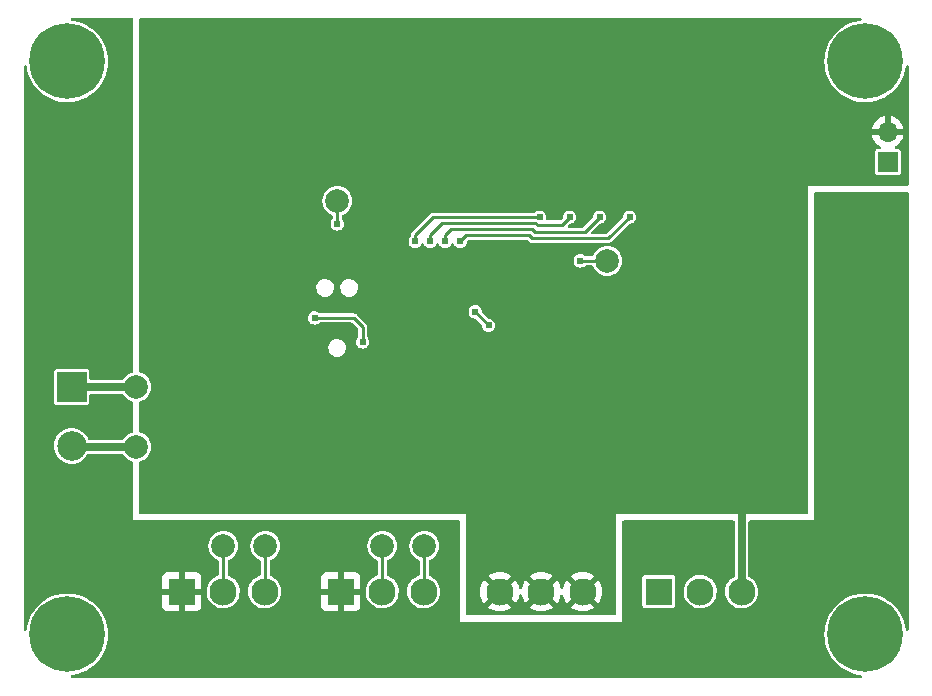
<source format=gbl>
G04 #@! TF.GenerationSoftware,KiCad,Pcbnew,6.0.2+dfsg-1*
G04 #@! TF.CreationDate,2024-06-30T21:27:14-06:00*
G04 #@! TF.ProjectId,ckt-iiab,636b742d-6969-4616-922e-6b696361645f,rev?*
G04 #@! TF.SameCoordinates,Original*
G04 #@! TF.FileFunction,Copper,L2,Bot*
G04 #@! TF.FilePolarity,Positive*
%FSLAX46Y46*%
G04 Gerber Fmt 4.6, Leading zero omitted, Abs format (unit mm)*
G04 Created by KiCad (PCBNEW 6.0.2+dfsg-1) date 2024-06-30 21:27:14*
%MOMM*%
%LPD*%
G01*
G04 APERTURE LIST*
G04 #@! TA.AperFunction,ComponentPad*
%ADD10R,2.300000X2.300000*%
G04 #@! TD*
G04 #@! TA.AperFunction,ComponentPad*
%ADD11C,2.300000*%
G04 #@! TD*
G04 #@! TA.AperFunction,ComponentPad*
%ADD12C,6.400000*%
G04 #@! TD*
G04 #@! TA.AperFunction,ComponentPad*
%ADD13R,1.700000X1.700000*%
G04 #@! TD*
G04 #@! TA.AperFunction,ComponentPad*
%ADD14O,1.700000X1.700000*%
G04 #@! TD*
G04 #@! TA.AperFunction,ComponentPad*
%ADD15R,2.500000X2.500000*%
G04 #@! TD*
G04 #@! TA.AperFunction,ComponentPad*
%ADD16C,2.500000*%
G04 #@! TD*
G04 #@! TA.AperFunction,SMDPad,CuDef*
%ADD17C,2.000000*%
G04 #@! TD*
G04 #@! TA.AperFunction,ViaPad*
%ADD18C,0.609600*%
G04 #@! TD*
G04 #@! TA.AperFunction,Conductor*
%ADD19C,0.635000*%
G04 #@! TD*
G04 #@! TA.AperFunction,Conductor*
%ADD20C,0.254000*%
G04 #@! TD*
G04 APERTURE END LIST*
D10*
X52126000Y-173031988D03*
D11*
X55626000Y-173031988D03*
X59126000Y-173031988D03*
D12*
X109982000Y-176657000D03*
D13*
X111887000Y-136657004D03*
D14*
X111887000Y-134117004D03*
D12*
X109982000Y-128143000D03*
X42418000Y-176657000D03*
X42418000Y-128143000D03*
D15*
X42799000Y-155702000D03*
D16*
X42799000Y-160702000D03*
D10*
X65588000Y-173031988D03*
D11*
X69088000Y-173031988D03*
X72588000Y-173031988D03*
D10*
X92512007Y-173031988D03*
D11*
X96012007Y-173031988D03*
X99512007Y-173031988D03*
X79050007Y-173031988D03*
X82550007Y-173031988D03*
X86050007Y-173031988D03*
D17*
X69088000Y-169164000D03*
X88138000Y-145034000D03*
X65278000Y-139954000D03*
X72644000Y-169164000D03*
X55626000Y-169164000D03*
X48260000Y-155702000D03*
X48260000Y-160782000D03*
X59182000Y-169164000D03*
D18*
X104394000Y-165862000D03*
X56388000Y-147447000D03*
X94615000Y-162814000D03*
X55499000Y-148336000D03*
X98909500Y-146327500D03*
X58166000Y-147447000D03*
X50800000Y-135255000D03*
X49911000Y-138811000D03*
X56388000Y-148336000D03*
X80327000Y-129921000D03*
X49911000Y-136144000D03*
X58166000Y-149225000D03*
X59055000Y-149225000D03*
X78232000Y-152400000D03*
X94615000Y-155194000D03*
X58166000Y-148336000D03*
X50800000Y-138811000D03*
X57277000Y-147447000D03*
X50800000Y-137922000D03*
X50800000Y-136144000D03*
X50800000Y-139700000D03*
X49911000Y-135255000D03*
X104394000Y-157226000D03*
X104394000Y-146304000D03*
X55499000Y-147447000D03*
X76962000Y-147320000D03*
X50800000Y-137033000D03*
X92710000Y-149987000D03*
X55499000Y-149225000D03*
X49911000Y-139700000D03*
X94615000Y-159004000D03*
X59055000Y-147447000D03*
X57277000Y-148336000D03*
X56388000Y-149225000D03*
X49911000Y-137033000D03*
X49022000Y-137414000D03*
X59055000Y-148336000D03*
X57277000Y-149225000D03*
X49911000Y-137922000D03*
X46482000Y-126238000D03*
X46482000Y-130683000D03*
X46482000Y-133350000D03*
X46482000Y-129794000D03*
X47371000Y-133350000D03*
X47371000Y-125349000D03*
X47371000Y-130683000D03*
X47371000Y-128016000D03*
X46482000Y-127127000D03*
X107188000Y-145288000D03*
X46482000Y-128905000D03*
X47371000Y-128905000D03*
X47371000Y-126238000D03*
X46482000Y-125349000D03*
X47371000Y-132461000D03*
X107188000Y-156210000D03*
X47371000Y-127127000D03*
X47371000Y-129794000D03*
X107156000Y-167156000D03*
X46482000Y-128016000D03*
X46482000Y-131572000D03*
X47371000Y-131572000D03*
X46482000Y-132461000D03*
X78105000Y-150495000D03*
X76962000Y-149352000D03*
X65278000Y-141900000D03*
X63373000Y-149860000D03*
X67437000Y-151892000D03*
X85852000Y-145034000D03*
X82423000Y-141319500D03*
X71882000Y-143383000D03*
X84963000Y-141319500D03*
X73152000Y-143383000D03*
X87503000Y-141319500D03*
X74422000Y-143383000D03*
X90043000Y-141319500D03*
X75692000Y-143383000D03*
D19*
X99512007Y-173031988D02*
X99512007Y-165298007D01*
D20*
X76962000Y-149352000D02*
X78105000Y-150495000D01*
X65278000Y-141900000D02*
X65278000Y-139954000D01*
D19*
X48260000Y-155702000D02*
X42799000Y-155702000D01*
X42879000Y-160782000D02*
X42799000Y-160702000D01*
X48260000Y-160782000D02*
X42879000Y-160782000D01*
D20*
X55626000Y-169164000D02*
X55626000Y-173032000D01*
X59182000Y-169164000D02*
X59182000Y-172976000D01*
X69088000Y-169164000D02*
X69088000Y-173032000D01*
X72644000Y-169164000D02*
X72644000Y-172976000D01*
X65913000Y-149860000D02*
X66675000Y-149860000D01*
X63373000Y-149860000D02*
X65913000Y-149860000D01*
X66675000Y-149860000D02*
X67437000Y-150622000D01*
X67437000Y-150622000D02*
X67437000Y-151892000D01*
X85852000Y-145034000D02*
X88138000Y-145034000D01*
X71882000Y-143383000D02*
X71882000Y-142875000D01*
X82391500Y-141351000D02*
X82423000Y-141319500D01*
X71882000Y-142875000D02*
X73406000Y-141351000D01*
X73406000Y-141351000D02*
X82391500Y-141351000D01*
X73152000Y-143383000D02*
X73152000Y-142875000D01*
X74168000Y-141859000D02*
X82069586Y-141859000D01*
X82170697Y-141960111D02*
X84322389Y-141960111D01*
X82069586Y-141859000D02*
X82170697Y-141960111D01*
X84322389Y-141960111D02*
X84963000Y-141319500D01*
X73152000Y-142875000D02*
X74168000Y-141859000D01*
X82016111Y-142595111D02*
X86227389Y-142595111D01*
X74422000Y-142875000D02*
X74930000Y-142367000D01*
X74930000Y-142367000D02*
X81788000Y-142367000D01*
X86227389Y-142595111D02*
X87503000Y-141319500D01*
X81788000Y-142367000D02*
X82016111Y-142595111D01*
X74422000Y-143383000D02*
X74422000Y-142875000D01*
X81788000Y-143129000D02*
X88233500Y-143129000D01*
X75692000Y-143383000D02*
X76200000Y-142875000D01*
X88233500Y-143129000D02*
X90043000Y-141319500D01*
X81534000Y-142875000D02*
X81788000Y-143129000D01*
X76200000Y-142875000D02*
X81534000Y-142875000D01*
G04 #@! TA.AperFunction,Conductor*
G36*
X47948121Y-124480002D02*
G01*
X47994614Y-124533658D01*
X48006000Y-124586000D01*
X48006000Y-154374622D01*
X47985998Y-154442743D01*
X47932342Y-154489236D01*
X47912614Y-154496328D01*
X47829297Y-154518653D01*
X47736116Y-154562104D01*
X47635341Y-154609095D01*
X47635336Y-154609098D01*
X47630354Y-154611421D01*
X47625847Y-154614577D01*
X47625845Y-154614578D01*
X47455054Y-154734167D01*
X47455051Y-154734169D01*
X47450543Y-154737326D01*
X47295326Y-154892543D01*
X47169421Y-155072354D01*
X47168287Y-155071560D01*
X47121671Y-155115999D01*
X47063946Y-155130000D01*
X44429499Y-155130000D01*
X44361378Y-155109998D01*
X44314885Y-155056342D01*
X44303499Y-155004000D01*
X44303499Y-154426934D01*
X44296388Y-154391182D01*
X44291156Y-154364874D01*
X44291155Y-154364872D01*
X44288734Y-154352699D01*
X44232484Y-154268516D01*
X44148301Y-154212266D01*
X44074067Y-154197500D01*
X42799207Y-154197500D01*
X41523934Y-154197501D01*
X41488182Y-154204612D01*
X41461874Y-154209844D01*
X41461872Y-154209845D01*
X41449699Y-154212266D01*
X41439379Y-154219161D01*
X41439378Y-154219162D01*
X41378985Y-154259516D01*
X41365516Y-154268516D01*
X41309266Y-154352699D01*
X41294500Y-154426933D01*
X41294501Y-156977066D01*
X41300750Y-157008483D01*
X41304906Y-157029378D01*
X41309266Y-157051301D01*
X41316161Y-157061620D01*
X41316162Y-157061622D01*
X41356516Y-157122015D01*
X41365516Y-157135484D01*
X41449699Y-157191734D01*
X41523933Y-157206500D01*
X42798793Y-157206500D01*
X44074066Y-157206499D01*
X44109818Y-157199388D01*
X44136126Y-157194156D01*
X44136128Y-157194155D01*
X44148301Y-157191734D01*
X44158621Y-157184839D01*
X44158622Y-157184838D01*
X44222168Y-157142377D01*
X44232484Y-157135484D01*
X44288734Y-157051301D01*
X44303500Y-156977067D01*
X44303500Y-156400000D01*
X44323502Y-156331879D01*
X44377158Y-156285386D01*
X44429500Y-156274000D01*
X47063946Y-156274000D01*
X47132067Y-156294002D01*
X47168547Y-156332258D01*
X47169421Y-156331646D01*
X47295326Y-156511457D01*
X47450543Y-156666674D01*
X47455051Y-156669831D01*
X47455054Y-156669833D01*
X47625845Y-156789422D01*
X47630354Y-156792579D01*
X47635336Y-156794902D01*
X47635341Y-156794905D01*
X47704391Y-156827103D01*
X47829297Y-156885347D01*
X47912612Y-156907672D01*
X47973234Y-156944623D01*
X48004255Y-157008483D01*
X48006000Y-157029378D01*
X48006000Y-159454622D01*
X47985998Y-159522743D01*
X47932342Y-159569236D01*
X47912614Y-159576328D01*
X47829297Y-159598653D01*
X47736116Y-159642104D01*
X47635341Y-159689095D01*
X47635336Y-159689098D01*
X47630354Y-159691421D01*
X47625847Y-159694577D01*
X47625845Y-159694578D01*
X47455054Y-159814167D01*
X47455051Y-159814169D01*
X47450543Y-159817326D01*
X47295326Y-159972543D01*
X47292169Y-159977051D01*
X47292167Y-159977054D01*
X47261093Y-160021433D01*
X47169421Y-160152354D01*
X47168287Y-160151560D01*
X47121671Y-160195999D01*
X47063946Y-160210000D01*
X44307856Y-160210000D01*
X44239735Y-160189998D01*
X44191447Y-160132218D01*
X44145559Y-160021433D01*
X44145557Y-160021429D01*
X44143664Y-160016859D01*
X44019930Y-159814943D01*
X43866132Y-159634868D01*
X43686057Y-159481070D01*
X43484141Y-159357336D01*
X43479571Y-159355443D01*
X43479567Y-159355441D01*
X43269927Y-159268605D01*
X43269925Y-159268604D01*
X43265354Y-159266711D01*
X43185501Y-159247540D01*
X43039896Y-159212583D01*
X43039890Y-159212582D01*
X43035083Y-159211428D01*
X42799000Y-159192848D01*
X42562917Y-159211428D01*
X42558110Y-159212582D01*
X42558104Y-159212583D01*
X42412499Y-159247540D01*
X42332646Y-159266711D01*
X42328075Y-159268604D01*
X42328073Y-159268605D01*
X42118433Y-159355441D01*
X42118429Y-159355443D01*
X42113859Y-159357336D01*
X41911943Y-159481070D01*
X41731868Y-159634868D01*
X41578070Y-159814943D01*
X41454336Y-160016859D01*
X41452443Y-160021429D01*
X41452441Y-160021433D01*
X41398212Y-160152354D01*
X41363711Y-160235646D01*
X41308428Y-160465917D01*
X41289848Y-160702000D01*
X41308428Y-160938083D01*
X41309582Y-160942890D01*
X41309583Y-160942896D01*
X41344540Y-161088501D01*
X41363711Y-161168354D01*
X41365604Y-161172925D01*
X41365605Y-161172927D01*
X41448894Y-161374002D01*
X41454336Y-161387141D01*
X41578070Y-161589057D01*
X41731868Y-161769132D01*
X41911943Y-161922930D01*
X42113859Y-162046664D01*
X42118429Y-162048557D01*
X42118433Y-162048559D01*
X42328073Y-162135395D01*
X42328075Y-162135396D01*
X42332646Y-162137289D01*
X42412499Y-162156460D01*
X42558104Y-162191417D01*
X42558110Y-162191418D01*
X42562917Y-162192572D01*
X42799000Y-162211152D01*
X43035083Y-162192572D01*
X43039890Y-162191418D01*
X43039896Y-162191417D01*
X43185501Y-162156460D01*
X43265354Y-162137289D01*
X43269925Y-162135396D01*
X43269927Y-162135395D01*
X43479567Y-162048559D01*
X43479571Y-162048557D01*
X43484141Y-162046664D01*
X43686057Y-161922930D01*
X43866132Y-161769132D01*
X44019930Y-161589057D01*
X44127104Y-161414165D01*
X44179752Y-161366534D01*
X44234537Y-161354000D01*
X47063946Y-161354000D01*
X47132067Y-161374002D01*
X47168547Y-161412258D01*
X47169421Y-161411646D01*
X47290693Y-161584840D01*
X47295326Y-161591457D01*
X47450543Y-161746674D01*
X47455051Y-161749831D01*
X47455054Y-161749833D01*
X47482616Y-161769132D01*
X47630354Y-161872579D01*
X47635336Y-161874902D01*
X47635341Y-161874905D01*
X47731436Y-161919714D01*
X47829297Y-161965347D01*
X47912612Y-161987672D01*
X47973234Y-162024623D01*
X48004255Y-162088483D01*
X48006000Y-162109378D01*
X48006000Y-167005000D01*
X75566000Y-167005000D01*
X75634121Y-167025002D01*
X75680614Y-167078658D01*
X75692000Y-167131000D01*
X75692000Y-175641000D01*
X89408000Y-175641000D01*
X89408000Y-171856921D01*
X91107507Y-171856921D01*
X91107508Y-174207054D01*
X91111407Y-174226657D01*
X91119804Y-174268873D01*
X91122273Y-174281289D01*
X91129168Y-174291608D01*
X91129169Y-174291610D01*
X91137979Y-174304795D01*
X91178523Y-174365472D01*
X91262706Y-174421722D01*
X91336940Y-174436488D01*
X92511817Y-174436488D01*
X93687073Y-174436487D01*
X93722825Y-174429376D01*
X93749133Y-174424144D01*
X93749135Y-174424143D01*
X93761308Y-174421722D01*
X93771628Y-174414827D01*
X93771629Y-174414826D01*
X93835175Y-174372365D01*
X93845491Y-174365472D01*
X93901741Y-174281289D01*
X93916507Y-174207055D01*
X93916506Y-172997555D01*
X94603114Y-172997555D01*
X94603411Y-173002708D01*
X94603411Y-173002711D01*
X94614949Y-173202820D01*
X94616408Y-173228127D01*
X94617545Y-173233173D01*
X94617546Y-173233179D01*
X94629824Y-173287659D01*
X94667183Y-173453430D01*
X94754073Y-173667416D01*
X94874747Y-173864337D01*
X95025962Y-174038904D01*
X95203658Y-174186430D01*
X95208110Y-174189032D01*
X95208115Y-174189035D01*
X95368187Y-174282573D01*
X95403063Y-174302953D01*
X95618821Y-174385343D01*
X95623887Y-174386374D01*
X95623888Y-174386374D01*
X95676681Y-174397115D01*
X95845139Y-174431388D01*
X95975330Y-174436162D01*
X96070774Y-174439662D01*
X96070778Y-174439662D01*
X96075938Y-174439851D01*
X96081058Y-174439195D01*
X96081060Y-174439195D01*
X96152095Y-174430095D01*
X96305020Y-174410505D01*
X96309968Y-174409020D01*
X96309975Y-174409019D01*
X96521283Y-174345623D01*
X96521282Y-174345623D01*
X96526233Y-174344138D01*
X96733636Y-174242532D01*
X96737841Y-174239532D01*
X96737847Y-174239529D01*
X96917456Y-174111415D01*
X96917458Y-174111413D01*
X96921660Y-174108416D01*
X97085254Y-173945392D01*
X97192852Y-173795654D01*
X97217007Y-173762038D01*
X97220025Y-173757838D01*
X97322354Y-173550791D01*
X97337404Y-173501255D01*
X97387989Y-173334763D01*
X97387990Y-173334757D01*
X97389493Y-173329811D01*
X97419638Y-173100833D01*
X97421321Y-173031988D01*
X97402397Y-172801810D01*
X97346133Y-172577814D01*
X97254040Y-172366016D01*
X97128592Y-172172102D01*
X96973157Y-172001281D01*
X96899075Y-171942774D01*
X96795963Y-171861341D01*
X96795958Y-171861338D01*
X96791909Y-171858140D01*
X96787393Y-171855647D01*
X96787390Y-171855645D01*
X96594241Y-171749021D01*
X96594237Y-171749019D01*
X96589717Y-171746524D01*
X96584848Y-171744800D01*
X96584844Y-171744798D01*
X96376885Y-171671156D01*
X96376881Y-171671155D01*
X96372010Y-171669430D01*
X96366920Y-171668523D01*
X96366915Y-171668522D01*
X96219442Y-171642254D01*
X96144635Y-171628929D01*
X96058131Y-171627872D01*
X95918868Y-171626170D01*
X95918866Y-171626170D01*
X95913698Y-171626107D01*
X95685401Y-171661041D01*
X95465876Y-171732793D01*
X95261017Y-171839436D01*
X95256884Y-171842539D01*
X95256881Y-171842541D01*
X95080461Y-171975001D01*
X95076326Y-171978106D01*
X94916764Y-172145078D01*
X94786616Y-172335869D01*
X94689376Y-172545354D01*
X94627656Y-172767909D01*
X94603114Y-172997555D01*
X93916506Y-172997555D01*
X93916506Y-171856922D01*
X93901741Y-171782687D01*
X93877578Y-171746524D01*
X93852384Y-171708820D01*
X93845491Y-171698504D01*
X93761308Y-171642254D01*
X93687074Y-171627488D01*
X92512197Y-171627488D01*
X91336941Y-171627489D01*
X91301189Y-171634600D01*
X91274881Y-171639832D01*
X91274879Y-171639833D01*
X91262706Y-171642254D01*
X91252386Y-171649149D01*
X91252385Y-171649150D01*
X91210643Y-171677042D01*
X91178523Y-171698504D01*
X91122273Y-171782687D01*
X91107507Y-171856921D01*
X89408000Y-171856921D01*
X89408000Y-167131000D01*
X89428002Y-167062879D01*
X89481658Y-167016386D01*
X89534000Y-167005000D01*
X98814007Y-167005000D01*
X98882128Y-167025002D01*
X98928621Y-167078658D01*
X98940007Y-167131000D01*
X98940007Y-171669802D01*
X98920005Y-171737923D01*
X98872190Y-171781563D01*
X98761017Y-171839436D01*
X98756884Y-171842539D01*
X98756881Y-171842541D01*
X98580461Y-171975001D01*
X98576326Y-171978106D01*
X98416764Y-172145078D01*
X98286616Y-172335869D01*
X98189376Y-172545354D01*
X98127656Y-172767909D01*
X98103114Y-172997555D01*
X98103411Y-173002708D01*
X98103411Y-173002711D01*
X98114949Y-173202820D01*
X98116408Y-173228127D01*
X98117545Y-173233173D01*
X98117546Y-173233179D01*
X98129824Y-173287659D01*
X98167183Y-173453430D01*
X98254073Y-173667416D01*
X98374747Y-173864337D01*
X98525962Y-174038904D01*
X98703658Y-174186430D01*
X98708110Y-174189032D01*
X98708115Y-174189035D01*
X98868187Y-174282573D01*
X98903063Y-174302953D01*
X99118821Y-174385343D01*
X99123887Y-174386374D01*
X99123888Y-174386374D01*
X99176681Y-174397115D01*
X99345139Y-174431388D01*
X99475330Y-174436162D01*
X99570774Y-174439662D01*
X99570778Y-174439662D01*
X99575938Y-174439851D01*
X99581058Y-174439195D01*
X99581060Y-174439195D01*
X99652095Y-174430095D01*
X99805020Y-174410505D01*
X99809968Y-174409020D01*
X99809975Y-174409019D01*
X100021283Y-174345623D01*
X100021282Y-174345623D01*
X100026233Y-174344138D01*
X100233636Y-174242532D01*
X100237841Y-174239532D01*
X100237847Y-174239529D01*
X100417456Y-174111415D01*
X100417458Y-174111413D01*
X100421660Y-174108416D01*
X100585254Y-173945392D01*
X100692852Y-173795654D01*
X100717007Y-173762038D01*
X100720025Y-173757838D01*
X100822354Y-173550791D01*
X100837404Y-173501255D01*
X100887989Y-173334763D01*
X100887990Y-173334757D01*
X100889493Y-173329811D01*
X100919638Y-173100833D01*
X100921321Y-173031988D01*
X100902397Y-172801810D01*
X100846133Y-172577814D01*
X100754040Y-172366016D01*
X100628592Y-172172102D01*
X100473157Y-172001281D01*
X100399075Y-171942774D01*
X100295963Y-171861341D01*
X100295958Y-171861338D01*
X100291909Y-171858140D01*
X100287394Y-171855647D01*
X100287381Y-171855639D01*
X100149113Y-171779311D01*
X100099143Y-171728879D01*
X100084007Y-171669003D01*
X100084007Y-167131000D01*
X100104009Y-167062879D01*
X100157665Y-167016386D01*
X100210007Y-167005000D01*
X105664000Y-167005000D01*
X105664000Y-139318000D01*
X105684002Y-139249879D01*
X105737658Y-139203386D01*
X105790000Y-139192000D01*
X113539000Y-139192000D01*
X113607121Y-139212002D01*
X113653614Y-139265658D01*
X113665000Y-139318000D01*
X113665000Y-176222195D01*
X113644998Y-176290316D01*
X113591342Y-176336809D01*
X113521068Y-176346913D01*
X113456488Y-176317419D01*
X113418104Y-176257693D01*
X113414656Y-176242557D01*
X113361422Y-175917480D01*
X113360870Y-175914107D01*
X113260875Y-175553537D01*
X113257627Y-175545373D01*
X113123783Y-175209039D01*
X113123779Y-175209031D01*
X113122523Y-175205874D01*
X112947434Y-174875188D01*
X112945534Y-174872382D01*
X112945530Y-174872375D01*
X112739561Y-174568162D01*
X112737654Y-174565345D01*
X112495639Y-174279970D01*
X112224219Y-174022402D01*
X112221512Y-174020340D01*
X112221504Y-174020333D01*
X111929281Y-173797720D01*
X111926569Y-173795654D01*
X111606172Y-173602377D01*
X111603082Y-173600943D01*
X111603077Y-173600940D01*
X111269871Y-173446272D01*
X111269869Y-173446271D01*
X111266775Y-173444835D01*
X111263540Y-173443740D01*
X111263535Y-173443738D01*
X110915583Y-173325963D01*
X110912348Y-173324868D01*
X110547038Y-173243881D01*
X110404343Y-173228127D01*
X110178500Y-173203193D01*
X110178495Y-173203193D01*
X110175119Y-173202820D01*
X110171720Y-173202814D01*
X110171719Y-173202814D01*
X109994987Y-173202506D01*
X109800940Y-173202167D01*
X109662079Y-173217007D01*
X109432263Y-173241567D01*
X109432257Y-173241568D01*
X109428879Y-173241929D01*
X109063289Y-173321641D01*
X108708446Y-173440369D01*
X108368501Y-173596727D01*
X108365567Y-173598483D01*
X108365565Y-173598484D01*
X108356110Y-173604143D01*
X108047431Y-173788883D01*
X107748991Y-174014591D01*
X107746509Y-174016930D01*
X107746503Y-174016935D01*
X107538314Y-174213123D01*
X107476674Y-174271210D01*
X107474462Y-174273800D01*
X107474461Y-174273801D01*
X107346057Y-174424143D01*
X107233664Y-174555738D01*
X107231736Y-174558565D01*
X107231734Y-174558567D01*
X107142337Y-174689619D01*
X107022804Y-174864847D01*
X106846561Y-175194921D01*
X106845288Y-175198089D01*
X106845287Y-175198090D01*
X106843368Y-175202865D01*
X106706997Y-175542098D01*
X106605744Y-175902317D01*
X106543986Y-176271365D01*
X106522447Y-176644924D01*
X106541378Y-177018624D01*
X106541915Y-177021979D01*
X106541916Y-177021985D01*
X106551808Y-177083743D01*
X106600557Y-177388094D01*
X106699293Y-177749011D01*
X106836430Y-178097154D01*
X107010365Y-178428450D01*
X107012262Y-178431274D01*
X107012265Y-178431278D01*
X107208014Y-178722585D01*
X107219061Y-178739024D01*
X107221256Y-178741630D01*
X107221260Y-178741636D01*
X107240961Y-178765031D01*
X107460079Y-179025241D01*
X107730598Y-179283755D01*
X108027455Y-179511541D01*
X108347176Y-179705935D01*
X108686021Y-179864661D01*
X108689239Y-179865763D01*
X108689242Y-179865764D01*
X109036803Y-179984761D01*
X109036811Y-179984763D01*
X109040026Y-179985864D01*
X109405051Y-180068126D01*
X109569556Y-180086869D01*
X109586589Y-180088810D01*
X109652007Y-180116395D01*
X109692127Y-180174969D01*
X109694211Y-180245935D01*
X109657596Y-180306762D01*
X109593909Y-180338138D01*
X109572325Y-180340000D01*
X42830036Y-180340000D01*
X42761915Y-180319998D01*
X42715422Y-180266342D01*
X42705318Y-180196068D01*
X42734812Y-180131488D01*
X42794538Y-180093104D01*
X42817084Y-180088667D01*
X42955805Y-180074332D01*
X42955814Y-180074331D01*
X42959197Y-180073981D01*
X42962530Y-180073267D01*
X42962533Y-180073266D01*
X43142820Y-180034616D01*
X43325063Y-179995546D01*
X43680318Y-179878056D01*
X44020807Y-179722887D01*
X44118707Y-179664758D01*
X44339601Y-179533601D01*
X44339606Y-179533598D01*
X44342546Y-179531852D01*
X44372354Y-179509472D01*
X44444828Y-179455056D01*
X44641771Y-179307187D01*
X44914983Y-179051521D01*
X45158985Y-178767842D01*
X45180737Y-178736192D01*
X45368992Y-178462280D01*
X45368997Y-178462273D01*
X45370922Y-178459471D01*
X45372534Y-178456477D01*
X45372539Y-178456469D01*
X45546694Y-178133027D01*
X45548316Y-178130015D01*
X45689091Y-177783327D01*
X45791601Y-177423463D01*
X45854647Y-177054634D01*
X45856729Y-177020602D01*
X45877380Y-176682948D01*
X45877490Y-176681152D01*
X45877574Y-176657000D01*
X45857339Y-176283368D01*
X45796870Y-175914107D01*
X45696875Y-175553537D01*
X45693627Y-175545373D01*
X45559783Y-175209039D01*
X45559779Y-175209031D01*
X45558523Y-175205874D01*
X45383434Y-174875188D01*
X45381534Y-174872382D01*
X45381530Y-174872375D01*
X45175561Y-174568162D01*
X45173654Y-174565345D01*
X44931639Y-174279970D01*
X44875459Y-174226657D01*
X50468001Y-174226657D01*
X50468371Y-174233478D01*
X50473895Y-174284340D01*
X50477521Y-174299592D01*
X50522676Y-174420042D01*
X50531214Y-174435637D01*
X50607715Y-174537712D01*
X50620276Y-174550273D01*
X50722351Y-174626774D01*
X50737946Y-174635312D01*
X50858394Y-174680466D01*
X50873649Y-174684093D01*
X50924514Y-174689619D01*
X50931328Y-174689988D01*
X51853885Y-174689988D01*
X51869124Y-174685513D01*
X51870329Y-174684123D01*
X51872000Y-174676440D01*
X51872000Y-174671872D01*
X52380000Y-174671872D01*
X52384475Y-174687111D01*
X52385865Y-174688316D01*
X52393548Y-174689987D01*
X53320669Y-174689987D01*
X53327490Y-174689617D01*
X53378352Y-174684093D01*
X53393604Y-174680467D01*
X53514054Y-174635312D01*
X53529649Y-174626774D01*
X53631724Y-174550273D01*
X53644285Y-174537712D01*
X53720786Y-174435637D01*
X53729324Y-174420042D01*
X53774478Y-174299594D01*
X53778105Y-174284339D01*
X53783631Y-174233474D01*
X53784000Y-174226660D01*
X53784000Y-173304103D01*
X53779525Y-173288864D01*
X53778135Y-173287659D01*
X53770452Y-173285988D01*
X52398115Y-173285988D01*
X52382876Y-173290463D01*
X52381671Y-173291853D01*
X52380000Y-173299536D01*
X52380000Y-174671872D01*
X51872000Y-174671872D01*
X51872000Y-173304103D01*
X51867525Y-173288864D01*
X51866135Y-173287659D01*
X51858452Y-173285988D01*
X50486116Y-173285988D01*
X50470877Y-173290463D01*
X50469672Y-173291853D01*
X50468001Y-173299536D01*
X50468001Y-174226657D01*
X44875459Y-174226657D01*
X44660219Y-174022402D01*
X44657512Y-174020340D01*
X44657504Y-174020333D01*
X44365281Y-173797720D01*
X44362569Y-173795654D01*
X44042172Y-173602377D01*
X44039082Y-173600943D01*
X44039077Y-173600940D01*
X43705871Y-173446272D01*
X43705869Y-173446271D01*
X43702775Y-173444835D01*
X43699540Y-173443740D01*
X43699535Y-173443738D01*
X43351583Y-173325963D01*
X43348348Y-173324868D01*
X42983038Y-173243881D01*
X42840343Y-173228127D01*
X42614500Y-173203193D01*
X42614495Y-173203193D01*
X42611119Y-173202820D01*
X42607720Y-173202814D01*
X42607719Y-173202814D01*
X42430987Y-173202506D01*
X42236940Y-173202167D01*
X42098079Y-173217007D01*
X41868263Y-173241567D01*
X41868257Y-173241568D01*
X41864879Y-173241929D01*
X41499289Y-173321641D01*
X41144446Y-173440369D01*
X40804501Y-173596727D01*
X40801567Y-173598483D01*
X40801565Y-173598484D01*
X40792110Y-173604143D01*
X40483431Y-173788883D01*
X40184991Y-174014591D01*
X40182509Y-174016930D01*
X40182503Y-174016935D01*
X39974314Y-174213123D01*
X39912674Y-174271210D01*
X39910462Y-174273800D01*
X39910461Y-174273801D01*
X39782057Y-174424143D01*
X39669664Y-174555738D01*
X39667736Y-174558565D01*
X39667734Y-174558567D01*
X39578337Y-174689619D01*
X39458804Y-174864847D01*
X39282561Y-175194921D01*
X39281288Y-175198089D01*
X39281287Y-175198090D01*
X39279368Y-175202865D01*
X39142997Y-175542098D01*
X39041744Y-175902317D01*
X39041182Y-175905674D01*
X39041182Y-175905675D01*
X38985272Y-176239777D01*
X38954301Y-176303662D01*
X38893708Y-176340662D01*
X38822730Y-176339028D01*
X38763902Y-176299281D01*
X38735903Y-176234039D01*
X38735000Y-176218981D01*
X38735000Y-172997555D01*
X54217107Y-172997555D01*
X54217404Y-173002708D01*
X54217404Y-173002711D01*
X54228942Y-173202820D01*
X54230401Y-173228127D01*
X54231538Y-173233173D01*
X54231539Y-173233179D01*
X54243817Y-173287659D01*
X54281176Y-173453430D01*
X54368066Y-173667416D01*
X54488740Y-173864337D01*
X54639955Y-174038904D01*
X54817651Y-174186430D01*
X54822103Y-174189032D01*
X54822108Y-174189035D01*
X54982180Y-174282573D01*
X55017056Y-174302953D01*
X55232814Y-174385343D01*
X55237880Y-174386374D01*
X55237881Y-174386374D01*
X55290674Y-174397115D01*
X55459132Y-174431388D01*
X55589323Y-174436162D01*
X55684767Y-174439662D01*
X55684771Y-174439662D01*
X55689931Y-174439851D01*
X55695051Y-174439195D01*
X55695053Y-174439195D01*
X55766088Y-174430095D01*
X55919013Y-174410505D01*
X55923961Y-174409020D01*
X55923968Y-174409019D01*
X56135276Y-174345623D01*
X56135275Y-174345623D01*
X56140226Y-174344138D01*
X56347629Y-174242532D01*
X56351834Y-174239532D01*
X56351840Y-174239529D01*
X56531449Y-174111415D01*
X56531451Y-174111413D01*
X56535653Y-174108416D01*
X56699247Y-173945392D01*
X56806845Y-173795654D01*
X56831000Y-173762038D01*
X56834018Y-173757838D01*
X56936347Y-173550791D01*
X56951397Y-173501255D01*
X57001982Y-173334763D01*
X57001983Y-173334757D01*
X57003486Y-173329811D01*
X57033631Y-173100833D01*
X57035314Y-173031988D01*
X57032483Y-172997555D01*
X57717107Y-172997555D01*
X57717404Y-173002708D01*
X57717404Y-173002711D01*
X57728942Y-173202820D01*
X57730401Y-173228127D01*
X57731538Y-173233173D01*
X57731539Y-173233179D01*
X57743817Y-173287659D01*
X57781176Y-173453430D01*
X57868066Y-173667416D01*
X57988740Y-173864337D01*
X58139955Y-174038904D01*
X58317651Y-174186430D01*
X58322103Y-174189032D01*
X58322108Y-174189035D01*
X58482180Y-174282573D01*
X58517056Y-174302953D01*
X58732814Y-174385343D01*
X58737880Y-174386374D01*
X58737881Y-174386374D01*
X58790674Y-174397115D01*
X58959132Y-174431388D01*
X59089323Y-174436162D01*
X59184767Y-174439662D01*
X59184771Y-174439662D01*
X59189931Y-174439851D01*
X59195051Y-174439195D01*
X59195053Y-174439195D01*
X59266088Y-174430095D01*
X59419013Y-174410505D01*
X59423961Y-174409020D01*
X59423968Y-174409019D01*
X59635276Y-174345623D01*
X59635275Y-174345623D01*
X59640226Y-174344138D01*
X59847629Y-174242532D01*
X59851834Y-174239532D01*
X59851840Y-174239529D01*
X59869886Y-174226657D01*
X63930001Y-174226657D01*
X63930371Y-174233478D01*
X63935895Y-174284340D01*
X63939521Y-174299592D01*
X63984676Y-174420042D01*
X63993214Y-174435637D01*
X64069715Y-174537712D01*
X64082276Y-174550273D01*
X64184351Y-174626774D01*
X64199946Y-174635312D01*
X64320394Y-174680466D01*
X64335649Y-174684093D01*
X64386514Y-174689619D01*
X64393328Y-174689988D01*
X65315885Y-174689988D01*
X65331124Y-174685513D01*
X65332329Y-174684123D01*
X65334000Y-174676440D01*
X65334000Y-174671872D01*
X65842000Y-174671872D01*
X65846475Y-174687111D01*
X65847865Y-174688316D01*
X65855548Y-174689987D01*
X66782669Y-174689987D01*
X66789490Y-174689617D01*
X66840352Y-174684093D01*
X66855604Y-174680467D01*
X66976054Y-174635312D01*
X66991649Y-174626774D01*
X67093724Y-174550273D01*
X67106285Y-174537712D01*
X67182786Y-174435637D01*
X67191324Y-174420042D01*
X67236478Y-174299594D01*
X67240105Y-174284339D01*
X67245631Y-174233474D01*
X67246000Y-174226660D01*
X67246000Y-173304103D01*
X67241525Y-173288864D01*
X67240135Y-173287659D01*
X67232452Y-173285988D01*
X65860115Y-173285988D01*
X65844876Y-173290463D01*
X65843671Y-173291853D01*
X65842000Y-173299536D01*
X65842000Y-174671872D01*
X65334000Y-174671872D01*
X65334000Y-173304103D01*
X65329525Y-173288864D01*
X65328135Y-173287659D01*
X65320452Y-173285988D01*
X63948116Y-173285988D01*
X63932877Y-173290463D01*
X63931672Y-173291853D01*
X63930001Y-173299536D01*
X63930001Y-174226657D01*
X59869886Y-174226657D01*
X60031449Y-174111415D01*
X60031451Y-174111413D01*
X60035653Y-174108416D01*
X60199247Y-173945392D01*
X60306845Y-173795654D01*
X60331000Y-173762038D01*
X60334018Y-173757838D01*
X60436347Y-173550791D01*
X60451397Y-173501255D01*
X60501982Y-173334763D01*
X60501983Y-173334757D01*
X60503486Y-173329811D01*
X60533631Y-173100833D01*
X60535314Y-173031988D01*
X60532483Y-172997555D01*
X67679107Y-172997555D01*
X67679404Y-173002708D01*
X67679404Y-173002711D01*
X67690942Y-173202820D01*
X67692401Y-173228127D01*
X67693538Y-173233173D01*
X67693539Y-173233179D01*
X67705817Y-173287659D01*
X67743176Y-173453430D01*
X67830066Y-173667416D01*
X67950740Y-173864337D01*
X68101955Y-174038904D01*
X68279651Y-174186430D01*
X68284103Y-174189032D01*
X68284108Y-174189035D01*
X68444180Y-174282573D01*
X68479056Y-174302953D01*
X68694814Y-174385343D01*
X68699880Y-174386374D01*
X68699881Y-174386374D01*
X68752674Y-174397115D01*
X68921132Y-174431388D01*
X69051323Y-174436162D01*
X69146767Y-174439662D01*
X69146771Y-174439662D01*
X69151931Y-174439851D01*
X69157051Y-174439195D01*
X69157053Y-174439195D01*
X69228088Y-174430095D01*
X69381013Y-174410505D01*
X69385961Y-174409020D01*
X69385968Y-174409019D01*
X69597276Y-174345623D01*
X69597275Y-174345623D01*
X69602226Y-174344138D01*
X69809629Y-174242532D01*
X69813834Y-174239532D01*
X69813840Y-174239529D01*
X69993449Y-174111415D01*
X69993451Y-174111413D01*
X69997653Y-174108416D01*
X70161247Y-173945392D01*
X70268845Y-173795654D01*
X70293000Y-173762038D01*
X70296018Y-173757838D01*
X70398347Y-173550791D01*
X70413397Y-173501255D01*
X70463982Y-173334763D01*
X70463983Y-173334757D01*
X70465486Y-173329811D01*
X70495631Y-173100833D01*
X70497314Y-173031988D01*
X70494483Y-172997555D01*
X71179107Y-172997555D01*
X71179404Y-173002708D01*
X71179404Y-173002711D01*
X71190942Y-173202820D01*
X71192401Y-173228127D01*
X71193538Y-173233173D01*
X71193539Y-173233179D01*
X71205817Y-173287659D01*
X71243176Y-173453430D01*
X71330066Y-173667416D01*
X71450740Y-173864337D01*
X71601955Y-174038904D01*
X71779651Y-174186430D01*
X71784103Y-174189032D01*
X71784108Y-174189035D01*
X71944180Y-174282573D01*
X71979056Y-174302953D01*
X72194814Y-174385343D01*
X72199880Y-174386374D01*
X72199881Y-174386374D01*
X72252674Y-174397115D01*
X72421132Y-174431388D01*
X72551323Y-174436162D01*
X72646767Y-174439662D01*
X72646771Y-174439662D01*
X72651931Y-174439851D01*
X72657051Y-174439195D01*
X72657053Y-174439195D01*
X72728088Y-174430095D01*
X72881013Y-174410505D01*
X72885961Y-174409020D01*
X72885968Y-174409019D01*
X73097276Y-174345623D01*
X73097275Y-174345623D01*
X73102226Y-174344138D01*
X73309629Y-174242532D01*
X73313834Y-174239532D01*
X73313840Y-174239529D01*
X73493449Y-174111415D01*
X73493451Y-174111413D01*
X73497653Y-174108416D01*
X73661247Y-173945392D01*
X73768845Y-173795654D01*
X73793000Y-173762038D01*
X73796018Y-173757838D01*
X73898347Y-173550791D01*
X73913397Y-173501255D01*
X73963982Y-173334763D01*
X73963983Y-173334757D01*
X73965486Y-173329811D01*
X73995631Y-173100833D01*
X73997314Y-173031988D01*
X73978390Y-172801810D01*
X73922126Y-172577814D01*
X73830033Y-172366016D01*
X73704585Y-172172102D01*
X73549150Y-172001281D01*
X73475068Y-171942774D01*
X73371956Y-171861341D01*
X73371951Y-171861338D01*
X73367902Y-171858140D01*
X73363386Y-171855647D01*
X73363383Y-171855645D01*
X73170234Y-171749021D01*
X73170230Y-171749019D01*
X73165710Y-171746524D01*
X73160837Y-171744798D01*
X73160834Y-171744797D01*
X73109441Y-171726598D01*
X73051904Y-171685004D01*
X73025988Y-171618907D01*
X73025500Y-171607825D01*
X73025500Y-170450562D01*
X73045502Y-170382441D01*
X73098250Y-170336367D01*
X73268659Y-170256905D01*
X73268664Y-170256902D01*
X73273646Y-170254579D01*
X73278155Y-170251422D01*
X73448946Y-170131833D01*
X73448949Y-170131831D01*
X73453457Y-170128674D01*
X73608674Y-169973457D01*
X73734579Y-169793646D01*
X73736902Y-169788664D01*
X73736905Y-169788659D01*
X73825022Y-169599688D01*
X73827347Y-169594703D01*
X73884161Y-169382674D01*
X73903292Y-169164000D01*
X73884161Y-168945326D01*
X73827347Y-168733297D01*
X73783896Y-168640116D01*
X73736905Y-168539341D01*
X73736902Y-168539336D01*
X73734579Y-168534354D01*
X73608674Y-168354543D01*
X73453457Y-168199326D01*
X73448949Y-168196169D01*
X73448946Y-168196167D01*
X73278155Y-168076578D01*
X73278153Y-168076577D01*
X73273646Y-168073421D01*
X73268664Y-168071098D01*
X73268659Y-168071095D01*
X73167884Y-168024104D01*
X73074703Y-167980653D01*
X72862674Y-167923839D01*
X72644000Y-167904708D01*
X72425326Y-167923839D01*
X72213297Y-167980653D01*
X72120116Y-168024104D01*
X72019341Y-168071095D01*
X72019336Y-168071098D01*
X72014354Y-168073421D01*
X72009847Y-168076577D01*
X72009845Y-168076578D01*
X71839054Y-168196167D01*
X71839051Y-168196169D01*
X71834543Y-168199326D01*
X71679326Y-168354543D01*
X71553421Y-168534354D01*
X71551098Y-168539336D01*
X71551095Y-168539341D01*
X71504104Y-168640116D01*
X71460653Y-168733297D01*
X71403839Y-168945326D01*
X71384708Y-169164000D01*
X71403839Y-169382674D01*
X71460653Y-169594703D01*
X71462978Y-169599688D01*
X71551095Y-169788659D01*
X71551098Y-169788664D01*
X71553421Y-169793646D01*
X71679326Y-169973457D01*
X71834543Y-170128674D01*
X71839051Y-170131831D01*
X71839054Y-170131833D01*
X72009845Y-170251422D01*
X72014354Y-170254579D01*
X72019336Y-170256902D01*
X72019341Y-170256905D01*
X72189750Y-170336367D01*
X72243035Y-170383284D01*
X72262500Y-170450562D01*
X72262500Y-171569303D01*
X72242498Y-171637424D01*
X72188842Y-171683917D01*
X72175645Y-171689068D01*
X72041869Y-171732793D01*
X71837010Y-171839436D01*
X71832877Y-171842539D01*
X71832874Y-171842541D01*
X71656454Y-171975001D01*
X71652319Y-171978106D01*
X71492757Y-172145078D01*
X71362609Y-172335869D01*
X71265369Y-172545354D01*
X71203649Y-172767909D01*
X71179107Y-172997555D01*
X70494483Y-172997555D01*
X70478390Y-172801810D01*
X70422126Y-172577814D01*
X70330033Y-172366016D01*
X70204585Y-172172102D01*
X70049150Y-172001281D01*
X69975068Y-171942774D01*
X69871956Y-171861341D01*
X69871951Y-171861338D01*
X69867902Y-171858140D01*
X69863386Y-171855647D01*
X69863383Y-171855645D01*
X69670234Y-171749021D01*
X69670230Y-171749019D01*
X69665710Y-171746524D01*
X69660841Y-171744800D01*
X69660837Y-171744798D01*
X69559238Y-171708820D01*
X69553440Y-171706767D01*
X69495904Y-171665173D01*
X69469988Y-171599075D01*
X69469500Y-171587994D01*
X69469500Y-170450562D01*
X69489502Y-170382441D01*
X69542250Y-170336367D01*
X69712659Y-170256905D01*
X69712664Y-170256902D01*
X69717646Y-170254579D01*
X69722155Y-170251422D01*
X69892946Y-170131833D01*
X69892949Y-170131831D01*
X69897457Y-170128674D01*
X70052674Y-169973457D01*
X70178579Y-169793646D01*
X70180902Y-169788664D01*
X70180905Y-169788659D01*
X70269022Y-169599688D01*
X70271347Y-169594703D01*
X70328161Y-169382674D01*
X70347292Y-169164000D01*
X70328161Y-168945326D01*
X70271347Y-168733297D01*
X70227896Y-168640116D01*
X70180905Y-168539341D01*
X70180902Y-168539336D01*
X70178579Y-168534354D01*
X70052674Y-168354543D01*
X69897457Y-168199326D01*
X69892949Y-168196169D01*
X69892946Y-168196167D01*
X69722155Y-168076578D01*
X69722153Y-168076577D01*
X69717646Y-168073421D01*
X69712664Y-168071098D01*
X69712659Y-168071095D01*
X69611884Y-168024104D01*
X69518703Y-167980653D01*
X69306674Y-167923839D01*
X69088000Y-167904708D01*
X68869326Y-167923839D01*
X68657297Y-167980653D01*
X68564116Y-168024104D01*
X68463341Y-168071095D01*
X68463336Y-168071098D01*
X68458354Y-168073421D01*
X68453847Y-168076577D01*
X68453845Y-168076578D01*
X68283054Y-168196167D01*
X68283051Y-168196169D01*
X68278543Y-168199326D01*
X68123326Y-168354543D01*
X67997421Y-168534354D01*
X67995098Y-168539336D01*
X67995095Y-168539341D01*
X67948104Y-168640116D01*
X67904653Y-168733297D01*
X67847839Y-168945326D01*
X67828708Y-169164000D01*
X67847839Y-169382674D01*
X67904653Y-169594703D01*
X67906978Y-169599688D01*
X67995095Y-169788659D01*
X67995098Y-169788664D01*
X67997421Y-169793646D01*
X68123326Y-169973457D01*
X68278543Y-170128674D01*
X68283051Y-170131831D01*
X68283054Y-170131833D01*
X68453845Y-170251422D01*
X68458354Y-170254579D01*
X68463336Y-170256902D01*
X68463341Y-170256905D01*
X68633750Y-170336367D01*
X68687035Y-170383284D01*
X68706500Y-170450562D01*
X68706500Y-171587607D01*
X68686498Y-171655728D01*
X68632842Y-171702221D01*
X68619649Y-171707370D01*
X68541869Y-171732793D01*
X68337010Y-171839436D01*
X68332877Y-171842539D01*
X68332874Y-171842541D01*
X68156454Y-171975001D01*
X68152319Y-171978106D01*
X67992757Y-172145078D01*
X67862609Y-172335869D01*
X67765369Y-172545354D01*
X67703649Y-172767909D01*
X67679107Y-172997555D01*
X60532483Y-172997555D01*
X60516390Y-172801810D01*
X60505856Y-172759873D01*
X63930000Y-172759873D01*
X63934475Y-172775112D01*
X63935865Y-172776317D01*
X63943548Y-172777988D01*
X65315885Y-172777988D01*
X65331124Y-172773513D01*
X65332329Y-172772123D01*
X65334000Y-172764440D01*
X65334000Y-172759873D01*
X65842000Y-172759873D01*
X65846475Y-172775112D01*
X65847865Y-172776317D01*
X65855548Y-172777988D01*
X67227884Y-172777988D01*
X67243123Y-172773513D01*
X67244328Y-172772123D01*
X67245999Y-172764440D01*
X67245999Y-171837319D01*
X67245629Y-171830498D01*
X67240105Y-171779636D01*
X67236479Y-171764384D01*
X67191324Y-171643934D01*
X67182786Y-171628339D01*
X67106285Y-171526264D01*
X67093724Y-171513703D01*
X66991649Y-171437202D01*
X66976054Y-171428664D01*
X66855606Y-171383510D01*
X66840351Y-171379883D01*
X66789486Y-171374357D01*
X66782672Y-171373988D01*
X65860115Y-171373988D01*
X65844876Y-171378463D01*
X65843671Y-171379853D01*
X65842000Y-171387536D01*
X65842000Y-172759873D01*
X65334000Y-172759873D01*
X65334000Y-171392104D01*
X65329525Y-171376865D01*
X65328135Y-171375660D01*
X65320452Y-171373989D01*
X64393331Y-171373989D01*
X64386510Y-171374359D01*
X64335648Y-171379883D01*
X64320396Y-171383509D01*
X64199946Y-171428664D01*
X64184351Y-171437202D01*
X64082276Y-171513703D01*
X64069715Y-171526264D01*
X63993214Y-171628339D01*
X63984676Y-171643934D01*
X63939522Y-171764382D01*
X63935895Y-171779637D01*
X63930369Y-171830502D01*
X63930000Y-171837316D01*
X63930000Y-172759873D01*
X60505856Y-172759873D01*
X60460126Y-172577814D01*
X60368033Y-172366016D01*
X60242585Y-172172102D01*
X60087150Y-172001281D01*
X60013068Y-171942774D01*
X59909956Y-171861341D01*
X59909951Y-171861338D01*
X59905902Y-171858140D01*
X59901386Y-171855647D01*
X59901383Y-171855645D01*
X59708234Y-171749021D01*
X59708230Y-171749019D01*
X59703710Y-171746524D01*
X59698837Y-171744798D01*
X59698834Y-171744797D01*
X59647441Y-171726598D01*
X59589904Y-171685004D01*
X59563988Y-171618907D01*
X59563500Y-171607825D01*
X59563500Y-170450562D01*
X59583502Y-170382441D01*
X59636250Y-170336367D01*
X59806659Y-170256905D01*
X59806664Y-170256902D01*
X59811646Y-170254579D01*
X59816155Y-170251422D01*
X59986946Y-170131833D01*
X59986949Y-170131831D01*
X59991457Y-170128674D01*
X60146674Y-169973457D01*
X60272579Y-169793646D01*
X60274902Y-169788664D01*
X60274905Y-169788659D01*
X60363022Y-169599688D01*
X60365347Y-169594703D01*
X60422161Y-169382674D01*
X60441292Y-169164000D01*
X60422161Y-168945326D01*
X60365347Y-168733297D01*
X60321896Y-168640116D01*
X60274905Y-168539341D01*
X60274902Y-168539336D01*
X60272579Y-168534354D01*
X60146674Y-168354543D01*
X59991457Y-168199326D01*
X59986949Y-168196169D01*
X59986946Y-168196167D01*
X59816155Y-168076578D01*
X59816153Y-168076577D01*
X59811646Y-168073421D01*
X59806664Y-168071098D01*
X59806659Y-168071095D01*
X59705884Y-168024104D01*
X59612703Y-167980653D01*
X59400674Y-167923839D01*
X59182000Y-167904708D01*
X58963326Y-167923839D01*
X58751297Y-167980653D01*
X58658116Y-168024104D01*
X58557341Y-168071095D01*
X58557336Y-168071098D01*
X58552354Y-168073421D01*
X58547847Y-168076577D01*
X58547845Y-168076578D01*
X58377054Y-168196167D01*
X58377051Y-168196169D01*
X58372543Y-168199326D01*
X58217326Y-168354543D01*
X58091421Y-168534354D01*
X58089098Y-168539336D01*
X58089095Y-168539341D01*
X58042104Y-168640116D01*
X57998653Y-168733297D01*
X57941839Y-168945326D01*
X57922708Y-169164000D01*
X57941839Y-169382674D01*
X57998653Y-169594703D01*
X58000978Y-169599688D01*
X58089095Y-169788659D01*
X58089098Y-169788664D01*
X58091421Y-169793646D01*
X58217326Y-169973457D01*
X58372543Y-170128674D01*
X58377051Y-170131831D01*
X58377054Y-170131833D01*
X58547845Y-170251422D01*
X58552354Y-170254579D01*
X58557336Y-170256902D01*
X58557341Y-170256905D01*
X58727750Y-170336367D01*
X58781035Y-170383284D01*
X58800500Y-170450562D01*
X58800500Y-171569303D01*
X58780498Y-171637424D01*
X58726842Y-171683917D01*
X58713645Y-171689068D01*
X58579869Y-171732793D01*
X58375010Y-171839436D01*
X58370877Y-171842539D01*
X58370874Y-171842541D01*
X58194454Y-171975001D01*
X58190319Y-171978106D01*
X58030757Y-172145078D01*
X57900609Y-172335869D01*
X57803369Y-172545354D01*
X57741649Y-172767909D01*
X57717107Y-172997555D01*
X57032483Y-172997555D01*
X57016390Y-172801810D01*
X56960126Y-172577814D01*
X56868033Y-172366016D01*
X56742585Y-172172102D01*
X56587150Y-172001281D01*
X56513068Y-171942774D01*
X56409956Y-171861341D01*
X56409951Y-171861338D01*
X56405902Y-171858140D01*
X56401386Y-171855647D01*
X56401383Y-171855645D01*
X56208234Y-171749021D01*
X56208230Y-171749019D01*
X56203710Y-171746524D01*
X56198841Y-171744800D01*
X56198837Y-171744798D01*
X56097238Y-171708820D01*
X56091440Y-171706767D01*
X56033904Y-171665173D01*
X56007988Y-171599075D01*
X56007500Y-171587994D01*
X56007500Y-170450562D01*
X56027502Y-170382441D01*
X56080250Y-170336367D01*
X56250659Y-170256905D01*
X56250664Y-170256902D01*
X56255646Y-170254579D01*
X56260155Y-170251422D01*
X56430946Y-170131833D01*
X56430949Y-170131831D01*
X56435457Y-170128674D01*
X56590674Y-169973457D01*
X56716579Y-169793646D01*
X56718902Y-169788664D01*
X56718905Y-169788659D01*
X56807022Y-169599688D01*
X56809347Y-169594703D01*
X56866161Y-169382674D01*
X56885292Y-169164000D01*
X56866161Y-168945326D01*
X56809347Y-168733297D01*
X56765896Y-168640116D01*
X56718905Y-168539341D01*
X56718902Y-168539336D01*
X56716579Y-168534354D01*
X56590674Y-168354543D01*
X56435457Y-168199326D01*
X56430949Y-168196169D01*
X56430946Y-168196167D01*
X56260155Y-168076578D01*
X56260153Y-168076577D01*
X56255646Y-168073421D01*
X56250664Y-168071098D01*
X56250659Y-168071095D01*
X56149884Y-168024104D01*
X56056703Y-167980653D01*
X55844674Y-167923839D01*
X55626000Y-167904708D01*
X55407326Y-167923839D01*
X55195297Y-167980653D01*
X55102116Y-168024104D01*
X55001341Y-168071095D01*
X55001336Y-168071098D01*
X54996354Y-168073421D01*
X54991847Y-168076577D01*
X54991845Y-168076578D01*
X54821054Y-168196167D01*
X54821051Y-168196169D01*
X54816543Y-168199326D01*
X54661326Y-168354543D01*
X54535421Y-168534354D01*
X54533098Y-168539336D01*
X54533095Y-168539341D01*
X54486104Y-168640116D01*
X54442653Y-168733297D01*
X54385839Y-168945326D01*
X54366708Y-169164000D01*
X54385839Y-169382674D01*
X54442653Y-169594703D01*
X54444978Y-169599688D01*
X54533095Y-169788659D01*
X54533098Y-169788664D01*
X54535421Y-169793646D01*
X54661326Y-169973457D01*
X54816543Y-170128674D01*
X54821051Y-170131831D01*
X54821054Y-170131833D01*
X54991845Y-170251422D01*
X54996354Y-170254579D01*
X55001336Y-170256902D01*
X55001341Y-170256905D01*
X55171750Y-170336367D01*
X55225035Y-170383284D01*
X55244500Y-170450562D01*
X55244500Y-171587607D01*
X55224498Y-171655728D01*
X55170842Y-171702221D01*
X55157649Y-171707370D01*
X55079869Y-171732793D01*
X54875010Y-171839436D01*
X54870877Y-171842539D01*
X54870874Y-171842541D01*
X54694454Y-171975001D01*
X54690319Y-171978106D01*
X54530757Y-172145078D01*
X54400609Y-172335869D01*
X54303369Y-172545354D01*
X54241649Y-172767909D01*
X54217107Y-172997555D01*
X38735000Y-172997555D01*
X38735000Y-172759873D01*
X50468000Y-172759873D01*
X50472475Y-172775112D01*
X50473865Y-172776317D01*
X50481548Y-172777988D01*
X51853885Y-172777988D01*
X51869124Y-172773513D01*
X51870329Y-172772123D01*
X51872000Y-172764440D01*
X51872000Y-172759873D01*
X52380000Y-172759873D01*
X52384475Y-172775112D01*
X52385865Y-172776317D01*
X52393548Y-172777988D01*
X53765884Y-172777988D01*
X53781123Y-172773513D01*
X53782328Y-172772123D01*
X53783999Y-172764440D01*
X53783999Y-171837319D01*
X53783629Y-171830498D01*
X53778105Y-171779636D01*
X53774479Y-171764384D01*
X53729324Y-171643934D01*
X53720786Y-171628339D01*
X53644285Y-171526264D01*
X53631724Y-171513703D01*
X53529649Y-171437202D01*
X53514054Y-171428664D01*
X53393606Y-171383510D01*
X53378351Y-171379883D01*
X53327486Y-171374357D01*
X53320672Y-171373988D01*
X52398115Y-171373988D01*
X52382876Y-171378463D01*
X52381671Y-171379853D01*
X52380000Y-171387536D01*
X52380000Y-172759873D01*
X51872000Y-172759873D01*
X51872000Y-171392104D01*
X51867525Y-171376865D01*
X51866135Y-171375660D01*
X51858452Y-171373989D01*
X50931331Y-171373989D01*
X50924510Y-171374359D01*
X50873648Y-171379883D01*
X50858396Y-171383509D01*
X50737946Y-171428664D01*
X50722351Y-171437202D01*
X50620276Y-171513703D01*
X50607715Y-171526264D01*
X50531214Y-171628339D01*
X50522676Y-171643934D01*
X50477522Y-171764382D01*
X50473895Y-171779637D01*
X50468369Y-171830502D01*
X50468000Y-171837316D01*
X50468000Y-172759873D01*
X38735000Y-172759873D01*
X38735000Y-128574723D01*
X38755002Y-128506602D01*
X38808658Y-128460109D01*
X38878932Y-128450005D01*
X38943512Y-128479499D01*
X38981896Y-128539225D01*
X38985414Y-128554795D01*
X39036557Y-128874094D01*
X39135293Y-129235011D01*
X39272430Y-129583154D01*
X39446365Y-129914450D01*
X39448262Y-129917274D01*
X39448265Y-129917278D01*
X39640304Y-130203063D01*
X39655061Y-130225024D01*
X39657256Y-130227630D01*
X39657260Y-130227636D01*
X39676961Y-130251031D01*
X39896079Y-130511241D01*
X40166598Y-130769755D01*
X40463455Y-130997541D01*
X40783176Y-131191935D01*
X41122021Y-131350661D01*
X41125239Y-131351763D01*
X41125242Y-131351764D01*
X41472803Y-131470761D01*
X41472811Y-131470763D01*
X41476026Y-131471864D01*
X41841051Y-131554126D01*
X41928200Y-131564056D01*
X42209442Y-131596100D01*
X42209450Y-131596100D01*
X42212825Y-131596485D01*
X42216229Y-131596503D01*
X42216232Y-131596503D01*
X42419556Y-131597567D01*
X42586999Y-131598444D01*
X42590385Y-131598094D01*
X42590387Y-131598094D01*
X42955805Y-131560332D01*
X42955814Y-131560331D01*
X42959197Y-131559981D01*
X42962530Y-131559267D01*
X42962533Y-131559266D01*
X43142820Y-131520616D01*
X43325063Y-131481546D01*
X43680318Y-131364056D01*
X44020807Y-131208887D01*
X44118707Y-131150758D01*
X44339601Y-131019601D01*
X44339606Y-131019598D01*
X44342546Y-131017852D01*
X44372354Y-130995472D01*
X44444828Y-130941056D01*
X44641771Y-130793187D01*
X44914983Y-130537521D01*
X45158985Y-130253842D01*
X45287393Y-130067007D01*
X45368992Y-129948280D01*
X45368997Y-129948273D01*
X45370922Y-129945471D01*
X45372534Y-129942477D01*
X45372539Y-129942469D01*
X45546694Y-129619027D01*
X45548316Y-129616015D01*
X45689091Y-129269327D01*
X45791601Y-128909463D01*
X45854647Y-128540634D01*
X45856729Y-128506602D01*
X45877380Y-128168948D01*
X45877490Y-128167152D01*
X45877574Y-128143000D01*
X45857339Y-127769368D01*
X45796870Y-127400107D01*
X45696875Y-127039537D01*
X45693627Y-127031373D01*
X45559783Y-126695039D01*
X45559779Y-126695031D01*
X45558523Y-126691874D01*
X45383434Y-126361188D01*
X45381534Y-126358382D01*
X45381530Y-126358375D01*
X45175561Y-126054162D01*
X45173654Y-126051345D01*
X44931639Y-125765970D01*
X44660219Y-125508402D01*
X44657512Y-125506340D01*
X44657504Y-125506333D01*
X44365281Y-125283720D01*
X44362569Y-125281654D01*
X44042172Y-125088377D01*
X44039082Y-125086943D01*
X44039077Y-125086940D01*
X43705871Y-124932272D01*
X43705869Y-124932271D01*
X43702775Y-124930835D01*
X43699540Y-124929740D01*
X43699535Y-124929738D01*
X43351583Y-124811963D01*
X43348348Y-124810868D01*
X42983038Y-124729881D01*
X42814184Y-124711239D01*
X42748670Y-124683882D01*
X42708346Y-124625449D01*
X42706014Y-124554491D01*
X42742416Y-124493536D01*
X42805994Y-124461939D01*
X42828011Y-124460000D01*
X47880000Y-124460000D01*
X47948121Y-124480002D01*
G37*
G04 #@! TD.AperFunction*
G04 #@! TA.AperFunction,Conductor*
G36*
X109639334Y-124480002D02*
G01*
X109685827Y-124533658D01*
X109695931Y-124603932D01*
X109666437Y-124668512D01*
X109606711Y-124706896D01*
X109584602Y-124711287D01*
X109432263Y-124727567D01*
X109432257Y-124727568D01*
X109428879Y-124727929D01*
X109063289Y-124807641D01*
X108708446Y-124926369D01*
X108368501Y-125082727D01*
X108365567Y-125084483D01*
X108365565Y-125084484D01*
X108356110Y-125090143D01*
X108047431Y-125274883D01*
X107748991Y-125500591D01*
X107746509Y-125502930D01*
X107746503Y-125502935D01*
X107740702Y-125508402D01*
X107476674Y-125757210D01*
X107233664Y-126041738D01*
X107231736Y-126044565D01*
X107231734Y-126044567D01*
X107227111Y-126051345D01*
X107022804Y-126350847D01*
X106846561Y-126680921D01*
X106845288Y-126684089D01*
X106845287Y-126684090D01*
X106843368Y-126688865D01*
X106706997Y-127028098D01*
X106605744Y-127388317D01*
X106543986Y-127757365D01*
X106522447Y-128130924D01*
X106541378Y-128504624D01*
X106541915Y-128507979D01*
X106541916Y-128507985D01*
X106551808Y-128569743D01*
X106600557Y-128874094D01*
X106699293Y-129235011D01*
X106836430Y-129583154D01*
X107010365Y-129914450D01*
X107012262Y-129917274D01*
X107012265Y-129917278D01*
X107208014Y-130208585D01*
X107219061Y-130225024D01*
X107221256Y-130227630D01*
X107221260Y-130227636D01*
X107240961Y-130251031D01*
X107460079Y-130511241D01*
X107730598Y-130769755D01*
X108027455Y-130997541D01*
X108347176Y-131191935D01*
X108686021Y-131350661D01*
X108689239Y-131351763D01*
X108689242Y-131351764D01*
X109036803Y-131470761D01*
X109036811Y-131470763D01*
X109040026Y-131471864D01*
X109405051Y-131554126D01*
X109492200Y-131564056D01*
X109773442Y-131596100D01*
X109773450Y-131596100D01*
X109776825Y-131596485D01*
X109780229Y-131596503D01*
X109780232Y-131596503D01*
X109983556Y-131597567D01*
X110150999Y-131598444D01*
X110154385Y-131598094D01*
X110154387Y-131598094D01*
X110519805Y-131560332D01*
X110519814Y-131560331D01*
X110523197Y-131559981D01*
X110526530Y-131559267D01*
X110526533Y-131559266D01*
X110706820Y-131520616D01*
X110889063Y-131481546D01*
X111244318Y-131364056D01*
X111584807Y-131208887D01*
X111682707Y-131150758D01*
X111903601Y-131019601D01*
X111903606Y-131019598D01*
X111906546Y-131017852D01*
X111936354Y-130995472D01*
X112008828Y-130941056D01*
X112205771Y-130793187D01*
X112478983Y-130537521D01*
X112722985Y-130253842D01*
X112744737Y-130222192D01*
X112932992Y-129948280D01*
X112932997Y-129948273D01*
X112934922Y-129945471D01*
X112936534Y-129942477D01*
X112936539Y-129942469D01*
X113110694Y-129619027D01*
X113112316Y-129616015D01*
X113253091Y-129269327D01*
X113355601Y-128909463D01*
X113414801Y-128563134D01*
X113445995Y-128499357D01*
X113506718Y-128462570D01*
X113577689Y-128464451D01*
X113636377Y-128504404D01*
X113664149Y-128569743D01*
X113665000Y-128584364D01*
X113665000Y-138558000D01*
X113644998Y-138626121D01*
X113591342Y-138672614D01*
X113539000Y-138684000D01*
X105156000Y-138684000D01*
X105156000Y-166371000D01*
X105135998Y-166439121D01*
X105082342Y-166485614D01*
X105030000Y-166497000D01*
X88900000Y-166497000D01*
X88900000Y-174880000D01*
X88879998Y-174948121D01*
X88826342Y-174994614D01*
X88774000Y-175006000D01*
X76326000Y-175006000D01*
X76257879Y-174985998D01*
X76211386Y-174932342D01*
X76200000Y-174880000D01*
X76200000Y-174374192D01*
X78073158Y-174374192D01*
X78077727Y-174380723D01*
X78290743Y-174511259D01*
X78299537Y-174515740D01*
X78531499Y-174611822D01*
X78540884Y-174614871D01*
X78785024Y-174673484D01*
X78794771Y-174675027D01*
X79045077Y-174694727D01*
X79054937Y-174694727D01*
X79305243Y-174675027D01*
X79314990Y-174673484D01*
X79559130Y-174614871D01*
X79568515Y-174611822D01*
X79800477Y-174515740D01*
X79809271Y-174511259D01*
X80020882Y-174381584D01*
X80025706Y-174374192D01*
X81573158Y-174374192D01*
X81577727Y-174380723D01*
X81790743Y-174511259D01*
X81799537Y-174515740D01*
X82031499Y-174611822D01*
X82040884Y-174614871D01*
X82285024Y-174673484D01*
X82294771Y-174675027D01*
X82545077Y-174694727D01*
X82554937Y-174694727D01*
X82805243Y-174675027D01*
X82814990Y-174673484D01*
X83059130Y-174614871D01*
X83068515Y-174611822D01*
X83300477Y-174515740D01*
X83309271Y-174511259D01*
X83520882Y-174381584D01*
X83525706Y-174374192D01*
X85073158Y-174374192D01*
X85077727Y-174380723D01*
X85290743Y-174511259D01*
X85299537Y-174515740D01*
X85531499Y-174611822D01*
X85540884Y-174614871D01*
X85785024Y-174673484D01*
X85794771Y-174675027D01*
X86045077Y-174694727D01*
X86054937Y-174694727D01*
X86305243Y-174675027D01*
X86314990Y-174673484D01*
X86559130Y-174614871D01*
X86568515Y-174611822D01*
X86800477Y-174515740D01*
X86809271Y-174511259D01*
X87020882Y-174381584D01*
X87026929Y-174372318D01*
X87020922Y-174362113D01*
X86062819Y-173404010D01*
X86048875Y-173396396D01*
X86047042Y-173396527D01*
X86040427Y-173400778D01*
X85080551Y-174360654D01*
X85073158Y-174374192D01*
X83525706Y-174374192D01*
X83526929Y-174372318D01*
X83520922Y-174362113D01*
X82562819Y-173404010D01*
X82548875Y-173396396D01*
X82547042Y-173396527D01*
X82540427Y-173400778D01*
X81580551Y-174360654D01*
X81573158Y-174374192D01*
X80025706Y-174374192D01*
X80026929Y-174372318D01*
X80020922Y-174362113D01*
X79062819Y-173404010D01*
X79048875Y-173396396D01*
X79047042Y-173396527D01*
X79040427Y-173400778D01*
X78080551Y-174360654D01*
X78073158Y-174374192D01*
X76200000Y-174374192D01*
X76200000Y-173036918D01*
X77387268Y-173036918D01*
X77406968Y-173287224D01*
X77408511Y-173296971D01*
X77467124Y-173541111D01*
X77470173Y-173550496D01*
X77566255Y-173782458D01*
X77570736Y-173791252D01*
X77700411Y-174002863D01*
X77709677Y-174008910D01*
X77719882Y-174002903D01*
X78677985Y-173044800D01*
X78684363Y-173033120D01*
X79414415Y-173033120D01*
X79414546Y-173034953D01*
X79418797Y-173041568D01*
X80378673Y-174001444D01*
X80392211Y-174008837D01*
X80398742Y-174004268D01*
X80529278Y-173791252D01*
X80533759Y-173782458D01*
X80629841Y-173550496D01*
X80632890Y-173541111D01*
X80677488Y-173355346D01*
X80712840Y-173293777D01*
X80775867Y-173261094D01*
X80846558Y-173267674D01*
X80902469Y-173311429D01*
X80922526Y-173355346D01*
X80967124Y-173541111D01*
X80970173Y-173550496D01*
X81066255Y-173782458D01*
X81070736Y-173791252D01*
X81200411Y-174002863D01*
X81209677Y-174008910D01*
X81219882Y-174002903D01*
X82177985Y-173044800D01*
X82184363Y-173033120D01*
X82914415Y-173033120D01*
X82914546Y-173034953D01*
X82918797Y-173041568D01*
X83878673Y-174001444D01*
X83892211Y-174008837D01*
X83898742Y-174004268D01*
X84029278Y-173791252D01*
X84033759Y-173782458D01*
X84129841Y-173550496D01*
X84132890Y-173541111D01*
X84177488Y-173355346D01*
X84212840Y-173293777D01*
X84275867Y-173261094D01*
X84346558Y-173267674D01*
X84402469Y-173311429D01*
X84422526Y-173355346D01*
X84467124Y-173541111D01*
X84470173Y-173550496D01*
X84566255Y-173782458D01*
X84570736Y-173791252D01*
X84700411Y-174002863D01*
X84709677Y-174008910D01*
X84719882Y-174002903D01*
X85677985Y-173044800D01*
X85684363Y-173033120D01*
X86414415Y-173033120D01*
X86414546Y-173034953D01*
X86418797Y-173041568D01*
X87378673Y-174001444D01*
X87392211Y-174008837D01*
X87398742Y-174004268D01*
X87529278Y-173791252D01*
X87533759Y-173782458D01*
X87629841Y-173550496D01*
X87632890Y-173541111D01*
X87691503Y-173296971D01*
X87693046Y-173287224D01*
X87712746Y-173036918D01*
X87712746Y-173027058D01*
X87693046Y-172776752D01*
X87691503Y-172767005D01*
X87632890Y-172522865D01*
X87629841Y-172513480D01*
X87533759Y-172281518D01*
X87529278Y-172272724D01*
X87399603Y-172061113D01*
X87390337Y-172055066D01*
X87380132Y-172061073D01*
X86422029Y-173019176D01*
X86414415Y-173033120D01*
X85684363Y-173033120D01*
X85685599Y-173030856D01*
X85685468Y-173029023D01*
X85681217Y-173022408D01*
X84721341Y-172062532D01*
X84707803Y-172055139D01*
X84701272Y-172059708D01*
X84570736Y-172272724D01*
X84566255Y-172281518D01*
X84470173Y-172513480D01*
X84467124Y-172522865D01*
X84422526Y-172708630D01*
X84387174Y-172770199D01*
X84324147Y-172802882D01*
X84253456Y-172796302D01*
X84197545Y-172752547D01*
X84177488Y-172708630D01*
X84132890Y-172522865D01*
X84129841Y-172513480D01*
X84033759Y-172281518D01*
X84029278Y-172272724D01*
X83899603Y-172061113D01*
X83890337Y-172055066D01*
X83880132Y-172061073D01*
X82922029Y-173019176D01*
X82914415Y-173033120D01*
X82184363Y-173033120D01*
X82185599Y-173030856D01*
X82185468Y-173029023D01*
X82181217Y-173022408D01*
X81221341Y-172062532D01*
X81207803Y-172055139D01*
X81201272Y-172059708D01*
X81070736Y-172272724D01*
X81066255Y-172281518D01*
X80970173Y-172513480D01*
X80967124Y-172522865D01*
X80922526Y-172708630D01*
X80887174Y-172770199D01*
X80824147Y-172802882D01*
X80753456Y-172796302D01*
X80697545Y-172752547D01*
X80677488Y-172708630D01*
X80632890Y-172522865D01*
X80629841Y-172513480D01*
X80533759Y-172281518D01*
X80529278Y-172272724D01*
X80399603Y-172061113D01*
X80390337Y-172055066D01*
X80380132Y-172061073D01*
X79422029Y-173019176D01*
X79414415Y-173033120D01*
X78684363Y-173033120D01*
X78685599Y-173030856D01*
X78685468Y-173029023D01*
X78681217Y-173022408D01*
X77721341Y-172062532D01*
X77707803Y-172055139D01*
X77701272Y-172059708D01*
X77570736Y-172272724D01*
X77566255Y-172281518D01*
X77470173Y-172513480D01*
X77467124Y-172522865D01*
X77408511Y-172767005D01*
X77406968Y-172776752D01*
X77387268Y-173027058D01*
X77387268Y-173036918D01*
X76200000Y-173036918D01*
X76200000Y-171691658D01*
X78073085Y-171691658D01*
X78079092Y-171701863D01*
X79037195Y-172659966D01*
X79051139Y-172667580D01*
X79052972Y-172667449D01*
X79059587Y-172663198D01*
X80019463Y-171703322D01*
X80025833Y-171691658D01*
X81573085Y-171691658D01*
X81579092Y-171701863D01*
X82537195Y-172659966D01*
X82551139Y-172667580D01*
X82552972Y-172667449D01*
X82559587Y-172663198D01*
X83519463Y-171703322D01*
X83525833Y-171691658D01*
X85073085Y-171691658D01*
X85079092Y-171701863D01*
X86037195Y-172659966D01*
X86051139Y-172667580D01*
X86052972Y-172667449D01*
X86059587Y-172663198D01*
X87019463Y-171703322D01*
X87026856Y-171689784D01*
X87022287Y-171683253D01*
X86809271Y-171552717D01*
X86800477Y-171548236D01*
X86568515Y-171452154D01*
X86559130Y-171449105D01*
X86314990Y-171390492D01*
X86305243Y-171388949D01*
X86054937Y-171369249D01*
X86045077Y-171369249D01*
X85794771Y-171388949D01*
X85785024Y-171390492D01*
X85540884Y-171449105D01*
X85531499Y-171452154D01*
X85299537Y-171548236D01*
X85290743Y-171552717D01*
X85079132Y-171682392D01*
X85073085Y-171691658D01*
X83525833Y-171691658D01*
X83526856Y-171689784D01*
X83522287Y-171683253D01*
X83309271Y-171552717D01*
X83300477Y-171548236D01*
X83068515Y-171452154D01*
X83059130Y-171449105D01*
X82814990Y-171390492D01*
X82805243Y-171388949D01*
X82554937Y-171369249D01*
X82545077Y-171369249D01*
X82294771Y-171388949D01*
X82285024Y-171390492D01*
X82040884Y-171449105D01*
X82031499Y-171452154D01*
X81799537Y-171548236D01*
X81790743Y-171552717D01*
X81579132Y-171682392D01*
X81573085Y-171691658D01*
X80025833Y-171691658D01*
X80026856Y-171689784D01*
X80022287Y-171683253D01*
X79809271Y-171552717D01*
X79800477Y-171548236D01*
X79568515Y-171452154D01*
X79559130Y-171449105D01*
X79314990Y-171390492D01*
X79305243Y-171388949D01*
X79054937Y-171369249D01*
X79045077Y-171369249D01*
X78794771Y-171388949D01*
X78785024Y-171390492D01*
X78540884Y-171449105D01*
X78531499Y-171452154D01*
X78299537Y-171548236D01*
X78290743Y-171552717D01*
X78079132Y-171682392D01*
X78073085Y-171691658D01*
X76200000Y-171691658D01*
X76200000Y-166497000D01*
X48640000Y-166497000D01*
X48571879Y-166476998D01*
X48525386Y-166423342D01*
X48514000Y-166371000D01*
X48514000Y-162109378D01*
X48534002Y-162041257D01*
X48587658Y-161994764D01*
X48607386Y-161987672D01*
X48690703Y-161965347D01*
X48783884Y-161921896D01*
X48884659Y-161874905D01*
X48884664Y-161874902D01*
X48889646Y-161872579D01*
X48894155Y-161869422D01*
X49064946Y-161749833D01*
X49064949Y-161749831D01*
X49069457Y-161746674D01*
X49224674Y-161591457D01*
X49350579Y-161411646D01*
X49352902Y-161406664D01*
X49352905Y-161406659D01*
X49441022Y-161217688D01*
X49443347Y-161212703D01*
X49500161Y-161000674D01*
X49519292Y-160782000D01*
X49500161Y-160563326D01*
X49443347Y-160351297D01*
X49377460Y-160210000D01*
X49352905Y-160157341D01*
X49352902Y-160157336D01*
X49350579Y-160152354D01*
X49224674Y-159972543D01*
X49069457Y-159817326D01*
X49064949Y-159814169D01*
X49064946Y-159814167D01*
X48894155Y-159694578D01*
X48894153Y-159694577D01*
X48889646Y-159691421D01*
X48884664Y-159689098D01*
X48884659Y-159689095D01*
X48783884Y-159642104D01*
X48690703Y-159598653D01*
X48607388Y-159576328D01*
X48546766Y-159539377D01*
X48515745Y-159475517D01*
X48514000Y-159454622D01*
X48514000Y-157029378D01*
X48534002Y-156961257D01*
X48587658Y-156914764D01*
X48607386Y-156907672D01*
X48690703Y-156885347D01*
X48783884Y-156841896D01*
X48884659Y-156794905D01*
X48884664Y-156794902D01*
X48889646Y-156792579D01*
X48916000Y-156774126D01*
X49064946Y-156669833D01*
X49064949Y-156669831D01*
X49069457Y-156666674D01*
X49224674Y-156511457D01*
X49350579Y-156331646D01*
X49352902Y-156326664D01*
X49352905Y-156326659D01*
X49441022Y-156137688D01*
X49443347Y-156132703D01*
X49500161Y-155920674D01*
X49519292Y-155702000D01*
X49500161Y-155483326D01*
X49443347Y-155271297D01*
X49377460Y-155130000D01*
X49352905Y-155077341D01*
X49352902Y-155077336D01*
X49350579Y-155072354D01*
X49224674Y-154892543D01*
X49069457Y-154737326D01*
X49064949Y-154734169D01*
X49064946Y-154734167D01*
X48894155Y-154614578D01*
X48894153Y-154614577D01*
X48889646Y-154611421D01*
X48884664Y-154609098D01*
X48884659Y-154609095D01*
X48783884Y-154562104D01*
X48690703Y-154518653D01*
X48607388Y-154496328D01*
X48546766Y-154459377D01*
X48515745Y-154395517D01*
X48514000Y-154374622D01*
X48514000Y-152440824D01*
X64524201Y-152440824D01*
X64553810Y-152613141D01*
X64622267Y-152774024D01*
X64725898Y-152914843D01*
X64859146Y-153028045D01*
X65014862Y-153107558D01*
X65021967Y-153109297D01*
X65021971Y-153109298D01*
X65103084Y-153129146D01*
X65184693Y-153149115D01*
X65190295Y-153149463D01*
X65190298Y-153149463D01*
X65193795Y-153149680D01*
X65193805Y-153149680D01*
X65195734Y-153149800D01*
X65321779Y-153149800D01*
X65413182Y-153139144D01*
X65444393Y-153135505D01*
X65444395Y-153135505D01*
X65451665Y-153134657D01*
X65458543Y-153132161D01*
X65458545Y-153132160D01*
X65609136Y-153077498D01*
X65616015Y-153075001D01*
X65762233Y-152979136D01*
X65882475Y-152852205D01*
X65886150Y-152845878D01*
X65886153Y-152845874D01*
X65966615Y-152707347D01*
X65970292Y-152701017D01*
X66020973Y-152533682D01*
X66031799Y-152359176D01*
X66002190Y-152186859D01*
X65962105Y-152092653D01*
X65936600Y-152032713D01*
X65936599Y-152032711D01*
X65933733Y-152025976D01*
X65830102Y-151885157D01*
X65696854Y-151771955D01*
X65541138Y-151692442D01*
X65534033Y-151690703D01*
X65534029Y-151690702D01*
X65440597Y-151667840D01*
X65371307Y-151650885D01*
X65365705Y-151650537D01*
X65365702Y-151650537D01*
X65362205Y-151650320D01*
X65362195Y-151650320D01*
X65360266Y-151650200D01*
X65234221Y-151650200D01*
X65142818Y-151660856D01*
X65111607Y-151664495D01*
X65111605Y-151664495D01*
X65104335Y-151665343D01*
X65097457Y-151667839D01*
X65097455Y-151667840D01*
X64946864Y-151722502D01*
X64939985Y-151724999D01*
X64793767Y-151820864D01*
X64673525Y-151947795D01*
X64669850Y-151954122D01*
X64669847Y-151954126D01*
X64628114Y-152025976D01*
X64585708Y-152098983D01*
X64583587Y-152105987D01*
X64583585Y-152105991D01*
X64559093Y-152186859D01*
X64535027Y-152266318D01*
X64524201Y-152440824D01*
X48514000Y-152440824D01*
X48514000Y-149860000D01*
X62808874Y-149860000D01*
X62809952Y-149868188D01*
X62818449Y-149932727D01*
X62828096Y-150006007D01*
X62884453Y-150142063D01*
X62974103Y-150258897D01*
X63090937Y-150348547D01*
X63226993Y-150404904D01*
X63235177Y-150405981D01*
X63235179Y-150405982D01*
X63364812Y-150423048D01*
X63373000Y-150424126D01*
X63381188Y-150423048D01*
X63510821Y-150405982D01*
X63510823Y-150405981D01*
X63519007Y-150404904D01*
X63655063Y-150348547D01*
X63760638Y-150267536D01*
X63826856Y-150241937D01*
X63837340Y-150241500D01*
X66464788Y-150241500D01*
X66532909Y-150261502D01*
X66553883Y-150278405D01*
X67018595Y-150743117D01*
X67052621Y-150805429D01*
X67055500Y-150832212D01*
X67055500Y-151427660D01*
X67035498Y-151495781D01*
X67029473Y-151504350D01*
X66948453Y-151609937D01*
X66892096Y-151745993D01*
X66872874Y-151892000D01*
X66892096Y-152038007D01*
X66948453Y-152174063D01*
X67038103Y-152290897D01*
X67154937Y-152380547D01*
X67290993Y-152436904D01*
X67299177Y-152437981D01*
X67299179Y-152437982D01*
X67428812Y-152455048D01*
X67437000Y-152456126D01*
X67445188Y-152455048D01*
X67574821Y-152437982D01*
X67574823Y-152437981D01*
X67583007Y-152436904D01*
X67719063Y-152380547D01*
X67835897Y-152290897D01*
X67925547Y-152174063D01*
X67981904Y-152038007D01*
X68001126Y-151892000D01*
X67981904Y-151745993D01*
X67925547Y-151609937D01*
X67844536Y-151504362D01*
X67818937Y-151438144D01*
X67818500Y-151427660D01*
X67818500Y-150676140D01*
X67821087Y-150651824D01*
X67821154Y-150650401D01*
X67823346Y-150640220D01*
X67819373Y-150606652D01*
X67819021Y-150600678D01*
X67818928Y-150600686D01*
X67818500Y-150595508D01*
X67818500Y-150590308D01*
X67817646Y-150585176D01*
X67815314Y-150571165D01*
X67814477Y-150565286D01*
X67809642Y-150524433D01*
X67809642Y-150524432D01*
X67808418Y-150514093D01*
X67804433Y-150505794D01*
X67802922Y-150496717D01*
X67778442Y-150451349D01*
X67775761Y-150446086D01*
X67756869Y-150406743D01*
X67753440Y-150399602D01*
X67749831Y-150395308D01*
X67747905Y-150393382D01*
X67746109Y-150391424D01*
X67746079Y-150391367D01*
X67746208Y-150391249D01*
X67745710Y-150390684D01*
X67742612Y-150384943D01*
X67702804Y-150348145D01*
X67699239Y-150344716D01*
X66983044Y-149628521D01*
X66967685Y-149609505D01*
X66966719Y-149608444D01*
X66961071Y-149599696D01*
X66934528Y-149578771D01*
X66930053Y-149574794D01*
X66929992Y-149574865D01*
X66926035Y-149571512D01*
X66922352Y-149567829D01*
X66906561Y-149556545D01*
X66901815Y-149552982D01*
X66869507Y-149527512D01*
X66869506Y-149527511D01*
X66861330Y-149521066D01*
X66852643Y-149518015D01*
X66845157Y-149512666D01*
X66835181Y-149509683D01*
X66835180Y-149509682D01*
X66795789Y-149497902D01*
X66790157Y-149496072D01*
X66741498Y-149478984D01*
X66735909Y-149478500D01*
X66733198Y-149478500D01*
X66730531Y-149478385D01*
X66730468Y-149478366D01*
X66730475Y-149478192D01*
X66729729Y-149478145D01*
X66723476Y-149476275D01*
X66674692Y-149478192D01*
X66669322Y-149478403D01*
X66664375Y-149478500D01*
X63837340Y-149478500D01*
X63769219Y-149458498D01*
X63760650Y-149452473D01*
X63655063Y-149371453D01*
X63608100Y-149352000D01*
X76397874Y-149352000D01*
X76398952Y-149360188D01*
X76414592Y-149478984D01*
X76417096Y-149498007D01*
X76473453Y-149634063D01*
X76563103Y-149750897D01*
X76679937Y-149840547D01*
X76815993Y-149896904D01*
X76824177Y-149897981D01*
X76824179Y-149897982D01*
X76869931Y-149904005D01*
X76947929Y-149914274D01*
X77012855Y-149942995D01*
X77020577Y-149950100D01*
X77506900Y-150436423D01*
X77540926Y-150498735D01*
X77542725Y-150509063D01*
X77560096Y-150641007D01*
X77616453Y-150777063D01*
X77706103Y-150893897D01*
X77822937Y-150983547D01*
X77958993Y-151039904D01*
X77967177Y-151040981D01*
X77967179Y-151040982D01*
X78096812Y-151058048D01*
X78105000Y-151059126D01*
X78113188Y-151058048D01*
X78242821Y-151040982D01*
X78242823Y-151040981D01*
X78251007Y-151039904D01*
X78387063Y-150983547D01*
X78503897Y-150893897D01*
X78593547Y-150777063D01*
X78649904Y-150641007D01*
X78655213Y-150600686D01*
X78668048Y-150503188D01*
X78669126Y-150495000D01*
X78659795Y-150424126D01*
X78650982Y-150357179D01*
X78650981Y-150357177D01*
X78649904Y-150348993D01*
X78593547Y-150212937D01*
X78503897Y-150096103D01*
X78387063Y-150006453D01*
X78251007Y-149950096D01*
X78242823Y-149949019D01*
X78242821Y-149949018D01*
X78189776Y-149942035D01*
X78119071Y-149932726D01*
X78054145Y-149904005D01*
X78046423Y-149896900D01*
X77560100Y-149410577D01*
X77526074Y-149348265D01*
X77524273Y-149337928D01*
X77521268Y-149315096D01*
X77506904Y-149205993D01*
X77450547Y-149069937D01*
X77360897Y-148953103D01*
X77244063Y-148863453D01*
X77108007Y-148807096D01*
X77099823Y-148806019D01*
X77099821Y-148806018D01*
X76970188Y-148788952D01*
X76962000Y-148787874D01*
X76953812Y-148788952D01*
X76824179Y-148806018D01*
X76824177Y-148806019D01*
X76815993Y-148807096D01*
X76679937Y-148863453D01*
X76563103Y-148953103D01*
X76473453Y-149069937D01*
X76417096Y-149205993D01*
X76397874Y-149352000D01*
X63608100Y-149352000D01*
X63519007Y-149315096D01*
X63510823Y-149314019D01*
X63510821Y-149314018D01*
X63381188Y-149296952D01*
X63373000Y-149295874D01*
X63364812Y-149296952D01*
X63235179Y-149314018D01*
X63235177Y-149314019D01*
X63226993Y-149315096D01*
X63090937Y-149371453D01*
X62974103Y-149461103D01*
X62884453Y-149577937D01*
X62828096Y-149713993D01*
X62827019Y-149722177D01*
X62827018Y-149722179D01*
X62822576Y-149755923D01*
X62808874Y-149860000D01*
X48514000Y-149860000D01*
X48514000Y-147360824D01*
X63508201Y-147360824D01*
X63537810Y-147533141D01*
X63606267Y-147694024D01*
X63709898Y-147834843D01*
X63843146Y-147948045D01*
X63998862Y-148027558D01*
X64005967Y-148029297D01*
X64005971Y-148029298D01*
X64087084Y-148049146D01*
X64168693Y-148069115D01*
X64174295Y-148069463D01*
X64174298Y-148069463D01*
X64177795Y-148069680D01*
X64177805Y-148069680D01*
X64179734Y-148069800D01*
X64305779Y-148069800D01*
X64397182Y-148059144D01*
X64428393Y-148055505D01*
X64428395Y-148055505D01*
X64435665Y-148054657D01*
X64442543Y-148052161D01*
X64442545Y-148052160D01*
X64593136Y-147997498D01*
X64600015Y-147995001D01*
X64746233Y-147899136D01*
X64866475Y-147772205D01*
X64870150Y-147765878D01*
X64870153Y-147765874D01*
X64950615Y-147627347D01*
X64954292Y-147621017D01*
X65004973Y-147453682D01*
X65010734Y-147360824D01*
X65540201Y-147360824D01*
X65569810Y-147533141D01*
X65638267Y-147694024D01*
X65741898Y-147834843D01*
X65875146Y-147948045D01*
X66030862Y-148027558D01*
X66037967Y-148029297D01*
X66037971Y-148029298D01*
X66119084Y-148049146D01*
X66200693Y-148069115D01*
X66206295Y-148069463D01*
X66206298Y-148069463D01*
X66209795Y-148069680D01*
X66209805Y-148069680D01*
X66211734Y-148069800D01*
X66337779Y-148069800D01*
X66429182Y-148059144D01*
X66460393Y-148055505D01*
X66460395Y-148055505D01*
X66467665Y-148054657D01*
X66474543Y-148052161D01*
X66474545Y-148052160D01*
X66625136Y-147997498D01*
X66632015Y-147995001D01*
X66778233Y-147899136D01*
X66898475Y-147772205D01*
X66902150Y-147765878D01*
X66902153Y-147765874D01*
X66982615Y-147627347D01*
X66986292Y-147621017D01*
X67036973Y-147453682D01*
X67047799Y-147279176D01*
X67018190Y-147106859D01*
X66949733Y-146945976D01*
X66846102Y-146805157D01*
X66712854Y-146691955D01*
X66557138Y-146612442D01*
X66550033Y-146610703D01*
X66550029Y-146610702D01*
X66456597Y-146587840D01*
X66387307Y-146570885D01*
X66381705Y-146570537D01*
X66381702Y-146570537D01*
X66378205Y-146570320D01*
X66378195Y-146570320D01*
X66376266Y-146570200D01*
X66250221Y-146570200D01*
X66158818Y-146580856D01*
X66127607Y-146584495D01*
X66127605Y-146584495D01*
X66120335Y-146585343D01*
X66113457Y-146587839D01*
X66113455Y-146587840D01*
X65962864Y-146642502D01*
X65955985Y-146644999D01*
X65809767Y-146740864D01*
X65689525Y-146867795D01*
X65685850Y-146874122D01*
X65685847Y-146874126D01*
X65644114Y-146945976D01*
X65601708Y-147018983D01*
X65551027Y-147186318D01*
X65540201Y-147360824D01*
X65010734Y-147360824D01*
X65015799Y-147279176D01*
X64986190Y-147106859D01*
X64917733Y-146945976D01*
X64814102Y-146805157D01*
X64680854Y-146691955D01*
X64525138Y-146612442D01*
X64518033Y-146610703D01*
X64518029Y-146610702D01*
X64424597Y-146587840D01*
X64355307Y-146570885D01*
X64349705Y-146570537D01*
X64349702Y-146570537D01*
X64346205Y-146570320D01*
X64346195Y-146570320D01*
X64344266Y-146570200D01*
X64218221Y-146570200D01*
X64126818Y-146580856D01*
X64095607Y-146584495D01*
X64095605Y-146584495D01*
X64088335Y-146585343D01*
X64081457Y-146587839D01*
X64081455Y-146587840D01*
X63930864Y-146642502D01*
X63923985Y-146644999D01*
X63777767Y-146740864D01*
X63657525Y-146867795D01*
X63653850Y-146874122D01*
X63653847Y-146874126D01*
X63612114Y-146945976D01*
X63569708Y-147018983D01*
X63519027Y-147186318D01*
X63508201Y-147360824D01*
X48514000Y-147360824D01*
X48514000Y-145034000D01*
X85287874Y-145034000D01*
X85307096Y-145180007D01*
X85363453Y-145316063D01*
X85453103Y-145432897D01*
X85569937Y-145522547D01*
X85705993Y-145578904D01*
X85714177Y-145579981D01*
X85714179Y-145579982D01*
X85843812Y-145597048D01*
X85852000Y-145598126D01*
X85860188Y-145597048D01*
X85989821Y-145579982D01*
X85989823Y-145579981D01*
X85998007Y-145578904D01*
X86134063Y-145522547D01*
X86239638Y-145441536D01*
X86305856Y-145415937D01*
X86316340Y-145415500D01*
X86851438Y-145415500D01*
X86919559Y-145435502D01*
X86965633Y-145488250D01*
X87045095Y-145658659D01*
X87045098Y-145658664D01*
X87047421Y-145663646D01*
X87050577Y-145668153D01*
X87050578Y-145668155D01*
X87165937Y-145832904D01*
X87173326Y-145843457D01*
X87328543Y-145998674D01*
X87333051Y-146001831D01*
X87333054Y-146001833D01*
X87503845Y-146121422D01*
X87508354Y-146124579D01*
X87513336Y-146126902D01*
X87513341Y-146126905D01*
X87614116Y-146173896D01*
X87707297Y-146217347D01*
X87919326Y-146274161D01*
X88138000Y-146293292D01*
X88356674Y-146274161D01*
X88568703Y-146217347D01*
X88661884Y-146173896D01*
X88762659Y-146126905D01*
X88762664Y-146126902D01*
X88767646Y-146124579D01*
X88772155Y-146121422D01*
X88942946Y-146001833D01*
X88942949Y-146001831D01*
X88947457Y-145998674D01*
X89102674Y-145843457D01*
X89110064Y-145832904D01*
X89225422Y-145668155D01*
X89225423Y-145668153D01*
X89228579Y-145663646D01*
X89230902Y-145658664D01*
X89230905Y-145658659D01*
X89319022Y-145469688D01*
X89321347Y-145464703D01*
X89378161Y-145252674D01*
X89397292Y-145034000D01*
X89378161Y-144815326D01*
X89321347Y-144603297D01*
X89259131Y-144469874D01*
X89230905Y-144409341D01*
X89230902Y-144409336D01*
X89228579Y-144404354D01*
X89102674Y-144224543D01*
X88947457Y-144069326D01*
X88942949Y-144066169D01*
X88942946Y-144066167D01*
X88772155Y-143946578D01*
X88772153Y-143946577D01*
X88767646Y-143943421D01*
X88762664Y-143941098D01*
X88762659Y-143941095D01*
X88620283Y-143874705D01*
X88568703Y-143850653D01*
X88356674Y-143793839D01*
X88138000Y-143774708D01*
X87919326Y-143793839D01*
X87707297Y-143850653D01*
X87655717Y-143874705D01*
X87513341Y-143941095D01*
X87513336Y-143941098D01*
X87508354Y-143943421D01*
X87503847Y-143946577D01*
X87503845Y-143946578D01*
X87333054Y-144066167D01*
X87333051Y-144066169D01*
X87328543Y-144069326D01*
X87173326Y-144224543D01*
X87047421Y-144404354D01*
X87045098Y-144409336D01*
X87045095Y-144409341D01*
X86965633Y-144579750D01*
X86918716Y-144633035D01*
X86851438Y-144652500D01*
X86316340Y-144652500D01*
X86248219Y-144632498D01*
X86239650Y-144626473D01*
X86134063Y-144545453D01*
X85998007Y-144489096D01*
X85989823Y-144488019D01*
X85989821Y-144488018D01*
X85860188Y-144470952D01*
X85852000Y-144469874D01*
X85843812Y-144470952D01*
X85714179Y-144488018D01*
X85714177Y-144488019D01*
X85705993Y-144489096D01*
X85569937Y-144545453D01*
X85453103Y-144635103D01*
X85363453Y-144751937D01*
X85307096Y-144887993D01*
X85287874Y-145034000D01*
X48514000Y-145034000D01*
X48514000Y-143383000D01*
X71317874Y-143383000D01*
X71318952Y-143391188D01*
X71335230Y-143514830D01*
X71337096Y-143529007D01*
X71393453Y-143665063D01*
X71483103Y-143781897D01*
X71599937Y-143871547D01*
X71735993Y-143927904D01*
X71744177Y-143928981D01*
X71744179Y-143928982D01*
X71873812Y-143946048D01*
X71882000Y-143947126D01*
X71890188Y-143946048D01*
X72019821Y-143928982D01*
X72019823Y-143928981D01*
X72028007Y-143927904D01*
X72164063Y-143871547D01*
X72280897Y-143781897D01*
X72370547Y-143665063D01*
X72373704Y-143657441D01*
X72373707Y-143657436D01*
X72400591Y-143592532D01*
X72445140Y-143537251D01*
X72512503Y-143514830D01*
X72581294Y-143532388D01*
X72629673Y-143584351D01*
X72633409Y-143592532D01*
X72660293Y-143657436D01*
X72660296Y-143657441D01*
X72663453Y-143665063D01*
X72753103Y-143781897D01*
X72869937Y-143871547D01*
X73005993Y-143927904D01*
X73014177Y-143928981D01*
X73014179Y-143928982D01*
X73143812Y-143946048D01*
X73152000Y-143947126D01*
X73160188Y-143946048D01*
X73289821Y-143928982D01*
X73289823Y-143928981D01*
X73298007Y-143927904D01*
X73434063Y-143871547D01*
X73550897Y-143781897D01*
X73640547Y-143665063D01*
X73643704Y-143657441D01*
X73643707Y-143657436D01*
X73670591Y-143592532D01*
X73715140Y-143537251D01*
X73782503Y-143514830D01*
X73851294Y-143532388D01*
X73899673Y-143584351D01*
X73903409Y-143592532D01*
X73930293Y-143657436D01*
X73930296Y-143657441D01*
X73933453Y-143665063D01*
X74023103Y-143781897D01*
X74139937Y-143871547D01*
X74275993Y-143927904D01*
X74284177Y-143928981D01*
X74284179Y-143928982D01*
X74413812Y-143946048D01*
X74422000Y-143947126D01*
X74430188Y-143946048D01*
X74559821Y-143928982D01*
X74559823Y-143928981D01*
X74568007Y-143927904D01*
X74704063Y-143871547D01*
X74820897Y-143781897D01*
X74910547Y-143665063D01*
X74913704Y-143657441D01*
X74913707Y-143657436D01*
X74940591Y-143592532D01*
X74985140Y-143537251D01*
X75052503Y-143514830D01*
X75121294Y-143532388D01*
X75169673Y-143584351D01*
X75173409Y-143592532D01*
X75200293Y-143657436D01*
X75200296Y-143657441D01*
X75203453Y-143665063D01*
X75293103Y-143781897D01*
X75409937Y-143871547D01*
X75545993Y-143927904D01*
X75554177Y-143928981D01*
X75554179Y-143928982D01*
X75683812Y-143946048D01*
X75692000Y-143947126D01*
X75700188Y-143946048D01*
X75829821Y-143928982D01*
X75829823Y-143928981D01*
X75838007Y-143927904D01*
X75974063Y-143871547D01*
X76090897Y-143781897D01*
X76180547Y-143665063D01*
X76236904Y-143529007D01*
X76238771Y-143514830D01*
X76249808Y-143430992D01*
X76254274Y-143397071D01*
X76282995Y-143332145D01*
X76290100Y-143324423D01*
X76321118Y-143293405D01*
X76383430Y-143259379D01*
X76410213Y-143256500D01*
X81323787Y-143256500D01*
X81391908Y-143276502D01*
X81412882Y-143293405D01*
X81479959Y-143360482D01*
X81495306Y-143379485D01*
X81496280Y-143380556D01*
X81501929Y-143389304D01*
X81510104Y-143395748D01*
X81510106Y-143395751D01*
X81528472Y-143410229D01*
X81532950Y-143414208D01*
X81533010Y-143414137D01*
X81536967Y-143417490D01*
X81540648Y-143421171D01*
X81544880Y-143424195D01*
X81544882Y-143424197D01*
X81556457Y-143432469D01*
X81561202Y-143436032D01*
X81601670Y-143467934D01*
X81610355Y-143470984D01*
X81617842Y-143476334D01*
X81667247Y-143491109D01*
X81672842Y-143492927D01*
X81721502Y-143510016D01*
X81727091Y-143510500D01*
X81729804Y-143510500D01*
X81732469Y-143510615D01*
X81732532Y-143510634D01*
X81732525Y-143510808D01*
X81733271Y-143510855D01*
X81739524Y-143512725D01*
X81789383Y-143510766D01*
X81793678Y-143510597D01*
X81798625Y-143510500D01*
X88179365Y-143510500D01*
X88203664Y-143513086D01*
X88205102Y-143513154D01*
X88215280Y-143515345D01*
X88248841Y-143511373D01*
X88254820Y-143511021D01*
X88254812Y-143510928D01*
X88259990Y-143510500D01*
X88265192Y-143510500D01*
X88284346Y-143507312D01*
X88290204Y-143506478D01*
X88306818Y-143504512D01*
X88331067Y-143501642D01*
X88331068Y-143501642D01*
X88341407Y-143500418D01*
X88349706Y-143496433D01*
X88358783Y-143494922D01*
X88404151Y-143470442D01*
X88409414Y-143467761D01*
X88448750Y-143448873D01*
X88448754Y-143448870D01*
X88455898Y-143445440D01*
X88460192Y-143441830D01*
X88462124Y-143439898D01*
X88464073Y-143438111D01*
X88464126Y-143438082D01*
X88464245Y-143438212D01*
X88464813Y-143437711D01*
X88470557Y-143434612D01*
X88480185Y-143424197D01*
X88507366Y-143394792D01*
X88510796Y-143391226D01*
X89984423Y-141917600D01*
X90046735Y-141883574D01*
X90057063Y-141881775D01*
X90127776Y-141872465D01*
X90180821Y-141865482D01*
X90180823Y-141865481D01*
X90189007Y-141864404D01*
X90325063Y-141808047D01*
X90441897Y-141718397D01*
X90531547Y-141601563D01*
X90587904Y-141465507D01*
X90591834Y-141435660D01*
X90606048Y-141327688D01*
X90607126Y-141319500D01*
X90587904Y-141173493D01*
X90531547Y-141037437D01*
X90441897Y-140920603D01*
X90325063Y-140830953D01*
X90189007Y-140774596D01*
X90180823Y-140773519D01*
X90180821Y-140773518D01*
X90051188Y-140756452D01*
X90043000Y-140755374D01*
X90034812Y-140756452D01*
X89905179Y-140773518D01*
X89905177Y-140773519D01*
X89896993Y-140774596D01*
X89760937Y-140830953D01*
X89644103Y-140920603D01*
X89554453Y-141037437D01*
X89498096Y-141173493D01*
X89497019Y-141181677D01*
X89497018Y-141181679D01*
X89480726Y-141305430D01*
X89452003Y-141370358D01*
X89444899Y-141378079D01*
X88112382Y-142710595D01*
X88050070Y-142744621D01*
X88023287Y-142747500D01*
X86918713Y-142747500D01*
X86850592Y-142727498D01*
X86804099Y-142673842D01*
X86793995Y-142603568D01*
X86823489Y-142538988D01*
X86829618Y-142532404D01*
X87058100Y-142303923D01*
X87444424Y-141917599D01*
X87506736Y-141883574D01*
X87517067Y-141881774D01*
X87575641Y-141874063D01*
X87640821Y-141865482D01*
X87640823Y-141865481D01*
X87649007Y-141864404D01*
X87785063Y-141808047D01*
X87901897Y-141718397D01*
X87991547Y-141601563D01*
X88047904Y-141465507D01*
X88051834Y-141435660D01*
X88066048Y-141327688D01*
X88067126Y-141319500D01*
X88047904Y-141173493D01*
X87991547Y-141037437D01*
X87901897Y-140920603D01*
X87785063Y-140830953D01*
X87649007Y-140774596D01*
X87640823Y-140773519D01*
X87640821Y-140773518D01*
X87511188Y-140756452D01*
X87503000Y-140755374D01*
X87494812Y-140756452D01*
X87365179Y-140773518D01*
X87365177Y-140773519D01*
X87356993Y-140774596D01*
X87220937Y-140830953D01*
X87104103Y-140920603D01*
X87014453Y-141037437D01*
X86958096Y-141173493D01*
X86957019Y-141181677D01*
X86957018Y-141181679D01*
X86940727Y-141305428D01*
X86912005Y-141370355D01*
X86904900Y-141378077D01*
X86106271Y-142176706D01*
X86043959Y-142210732D01*
X86017176Y-142213611D01*
X84912601Y-142213611D01*
X84844480Y-142193609D01*
X84797987Y-142139953D01*
X84787883Y-142069679D01*
X84817377Y-142005099D01*
X84823506Y-141998516D01*
X84904421Y-141917601D01*
X84966733Y-141883575D01*
X84977070Y-141881774D01*
X85100821Y-141865482D01*
X85100823Y-141865481D01*
X85109007Y-141864404D01*
X85245063Y-141808047D01*
X85361897Y-141718397D01*
X85451547Y-141601563D01*
X85507904Y-141465507D01*
X85511834Y-141435660D01*
X85526048Y-141327688D01*
X85527126Y-141319500D01*
X85507904Y-141173493D01*
X85451547Y-141037437D01*
X85361897Y-140920603D01*
X85245063Y-140830953D01*
X85109007Y-140774596D01*
X85100823Y-140773519D01*
X85100821Y-140773518D01*
X84971188Y-140756452D01*
X84963000Y-140755374D01*
X84954812Y-140756452D01*
X84825179Y-140773518D01*
X84825177Y-140773519D01*
X84816993Y-140774596D01*
X84680937Y-140830953D01*
X84564103Y-140920603D01*
X84474453Y-141037437D01*
X84418096Y-141173493D01*
X84417019Y-141181677D01*
X84417018Y-141181679D01*
X84400727Y-141305428D01*
X84372005Y-141370355D01*
X84364900Y-141378077D01*
X84201271Y-141541706D01*
X84138959Y-141575732D01*
X84112176Y-141578611D01*
X83096689Y-141578611D01*
X83028568Y-141558609D01*
X82982075Y-141504953D01*
X82971767Y-141436165D01*
X82986048Y-141327688D01*
X82987126Y-141319500D01*
X82967904Y-141173493D01*
X82911547Y-141037437D01*
X82821897Y-140920603D01*
X82705063Y-140830953D01*
X82569007Y-140774596D01*
X82560823Y-140773519D01*
X82560821Y-140773518D01*
X82431188Y-140756452D01*
X82423000Y-140755374D01*
X82414812Y-140756452D01*
X82285179Y-140773518D01*
X82285177Y-140773519D01*
X82276993Y-140774596D01*
X82140937Y-140830953D01*
X82024103Y-140920603D01*
X82019077Y-140927153D01*
X82013633Y-140932597D01*
X81951320Y-140966621D01*
X81924539Y-140969500D01*
X73460136Y-140969500D01*
X73435847Y-140966915D01*
X73434400Y-140966847D01*
X73424220Y-140964655D01*
X73391356Y-140968545D01*
X73390660Y-140968627D01*
X73384679Y-140968980D01*
X73384687Y-140969072D01*
X73379508Y-140969500D01*
X73374308Y-140969500D01*
X73369181Y-140970353D01*
X73369173Y-140970354D01*
X73355151Y-140972688D01*
X73349275Y-140973525D01*
X73308431Y-140978359D01*
X73308429Y-140978360D01*
X73298092Y-140979583D01*
X73289795Y-140983567D01*
X73280717Y-140985078D01*
X73271555Y-140990022D01*
X73271551Y-140990023D01*
X73235356Y-141009553D01*
X73230072Y-141012246D01*
X73183602Y-141034560D01*
X73179308Y-141038170D01*
X73177376Y-141040102D01*
X73175427Y-141041889D01*
X73175374Y-141041918D01*
X73175255Y-141041788D01*
X73174687Y-141042289D01*
X73168943Y-141045388D01*
X73161876Y-141053033D01*
X73132134Y-141085208D01*
X73128704Y-141088774D01*
X71650520Y-142566958D01*
X71631511Y-142582311D01*
X71630448Y-142583278D01*
X71621696Y-142588929D01*
X71601516Y-142614527D01*
X71600771Y-142615472D01*
X71596794Y-142619947D01*
X71596865Y-142620008D01*
X71593512Y-142623965D01*
X71589829Y-142627648D01*
X71586803Y-142631883D01*
X71586801Y-142631885D01*
X71578547Y-142643436D01*
X71574984Y-142648182D01*
X71543066Y-142688670D01*
X71540015Y-142697357D01*
X71534666Y-142704843D01*
X71531683Y-142714819D01*
X71531682Y-142714820D01*
X71519902Y-142754211D01*
X71518072Y-142759843D01*
X71500984Y-142808502D01*
X71500500Y-142814091D01*
X71500500Y-142816802D01*
X71500385Y-142819469D01*
X71500366Y-142819532D01*
X71500192Y-142819525D01*
X71500145Y-142820271D01*
X71498275Y-142826524D01*
X71498684Y-142836928D01*
X71500403Y-142880678D01*
X71500500Y-142885625D01*
X71500500Y-142918660D01*
X71480498Y-142986781D01*
X71474473Y-142995350D01*
X71393453Y-143100937D01*
X71337096Y-143236993D01*
X71336019Y-143245177D01*
X71336018Y-143245179D01*
X71329669Y-143293405D01*
X71317874Y-143383000D01*
X48514000Y-143383000D01*
X48514000Y-139954000D01*
X64018708Y-139954000D01*
X64037839Y-140172674D01*
X64094653Y-140384703D01*
X64096978Y-140389688D01*
X64185095Y-140578659D01*
X64185098Y-140578664D01*
X64187421Y-140583646D01*
X64313326Y-140763457D01*
X64468543Y-140918674D01*
X64473051Y-140921831D01*
X64473054Y-140921833D01*
X64643845Y-141041422D01*
X64648354Y-141044579D01*
X64653336Y-141046902D01*
X64653341Y-141046905D01*
X64823750Y-141126367D01*
X64877035Y-141173284D01*
X64896500Y-141240562D01*
X64896500Y-141435660D01*
X64876498Y-141503781D01*
X64870473Y-141512350D01*
X64789453Y-141617937D01*
X64733096Y-141753993D01*
X64713874Y-141900000D01*
X64733096Y-142046007D01*
X64789453Y-142182063D01*
X64879103Y-142298897D01*
X64995937Y-142388547D01*
X65131993Y-142444904D01*
X65140177Y-142445981D01*
X65140179Y-142445982D01*
X65269812Y-142463048D01*
X65278000Y-142464126D01*
X65286188Y-142463048D01*
X65415821Y-142445982D01*
X65415823Y-142445981D01*
X65424007Y-142444904D01*
X65560063Y-142388547D01*
X65676897Y-142298897D01*
X65766547Y-142182063D01*
X65822904Y-142046007D01*
X65842126Y-141900000D01*
X65822904Y-141753993D01*
X65766547Y-141617937D01*
X65685536Y-141512362D01*
X65659937Y-141446144D01*
X65659500Y-141435660D01*
X65659500Y-141240562D01*
X65679502Y-141172441D01*
X65732250Y-141126367D01*
X65902659Y-141046905D01*
X65902664Y-141046902D01*
X65907646Y-141044579D01*
X65912155Y-141041422D01*
X66082946Y-140921833D01*
X66082949Y-140921831D01*
X66087457Y-140918674D01*
X66242674Y-140763457D01*
X66368579Y-140583646D01*
X66370902Y-140578664D01*
X66370905Y-140578659D01*
X66459022Y-140389688D01*
X66461347Y-140384703D01*
X66518161Y-140172674D01*
X66537292Y-139954000D01*
X66518161Y-139735326D01*
X66461347Y-139523297D01*
X66417896Y-139430116D01*
X66370905Y-139329341D01*
X66370902Y-139329336D01*
X66368579Y-139324354D01*
X66242674Y-139144543D01*
X66087457Y-138989326D01*
X66082949Y-138986169D01*
X66082946Y-138986167D01*
X65912155Y-138866578D01*
X65912153Y-138866577D01*
X65907646Y-138863421D01*
X65902664Y-138861098D01*
X65902659Y-138861095D01*
X65801884Y-138814104D01*
X65708703Y-138770653D01*
X65496674Y-138713839D01*
X65278000Y-138694708D01*
X65059326Y-138713839D01*
X64847297Y-138770653D01*
X64754116Y-138814104D01*
X64653341Y-138861095D01*
X64653336Y-138861098D01*
X64648354Y-138863421D01*
X64643847Y-138866577D01*
X64643845Y-138866578D01*
X64473054Y-138986167D01*
X64473051Y-138986169D01*
X64468543Y-138989326D01*
X64313326Y-139144543D01*
X64187421Y-139324354D01*
X64185098Y-139329336D01*
X64185095Y-139329341D01*
X64138104Y-139430116D01*
X64094653Y-139523297D01*
X64037839Y-139735326D01*
X64018708Y-139954000D01*
X48514000Y-139954000D01*
X48514000Y-134384970D01*
X110555257Y-134384970D01*
X110585565Y-134519450D01*
X110588645Y-134529279D01*
X110668770Y-134726607D01*
X110673413Y-134735798D01*
X110784694Y-134917392D01*
X110790777Y-134925703D01*
X110930213Y-135086671D01*
X110937580Y-135093887D01*
X111101434Y-135229920D01*
X111109881Y-135235835D01*
X111250005Y-135317717D01*
X111298729Y-135369356D01*
X111311800Y-135439139D01*
X111285069Y-135504910D01*
X111227022Y-135545789D01*
X111186436Y-135552505D01*
X111011934Y-135552505D01*
X110976182Y-135559616D01*
X110949874Y-135564848D01*
X110949872Y-135564849D01*
X110937699Y-135567270D01*
X110927379Y-135574165D01*
X110927378Y-135574166D01*
X110866985Y-135614520D01*
X110853516Y-135623520D01*
X110797266Y-135707703D01*
X110782500Y-135781937D01*
X110782501Y-137532070D01*
X110797266Y-137606305D01*
X110853516Y-137690488D01*
X110937699Y-137746738D01*
X111011933Y-137761504D01*
X111886858Y-137761504D01*
X112762066Y-137761503D01*
X112797818Y-137754392D01*
X112824126Y-137749160D01*
X112824128Y-137749159D01*
X112836301Y-137746738D01*
X112846621Y-137739843D01*
X112846622Y-137739842D01*
X112910168Y-137697381D01*
X112920484Y-137690488D01*
X112976734Y-137606305D01*
X112991500Y-137532071D01*
X112991499Y-135781938D01*
X112976734Y-135707703D01*
X112920484Y-135623520D01*
X112836301Y-135567270D01*
X112762067Y-135552504D01*
X112587334Y-135552504D01*
X112519213Y-135532502D01*
X112472720Y-135478846D01*
X112462616Y-135408572D01*
X112492110Y-135343992D01*
X112531902Y-135313352D01*
X112580100Y-135289740D01*
X112588945Y-135284468D01*
X112762328Y-135160796D01*
X112770200Y-135154143D01*
X112921052Y-135003816D01*
X112927730Y-134995969D01*
X113052003Y-134823024D01*
X113057313Y-134814187D01*
X113151670Y-134623271D01*
X113155469Y-134613676D01*
X113217377Y-134409914D01*
X113219555Y-134399841D01*
X113220986Y-134388966D01*
X113218775Y-134374782D01*
X113205617Y-134371004D01*
X110570225Y-134371004D01*
X110556694Y-134374977D01*
X110555257Y-134384970D01*
X48514000Y-134384970D01*
X48514000Y-133851187D01*
X110551389Y-133851187D01*
X110552912Y-133859611D01*
X110565292Y-133863004D01*
X111614885Y-133863004D01*
X111630124Y-133858529D01*
X111631329Y-133857139D01*
X111633000Y-133849456D01*
X111633000Y-133844889D01*
X112141000Y-133844889D01*
X112145475Y-133860128D01*
X112146865Y-133861333D01*
X112154548Y-133863004D01*
X113205344Y-133863004D01*
X113218875Y-133859031D01*
X113220180Y-133849951D01*
X113178214Y-133682879D01*
X113174894Y-133673128D01*
X113089972Y-133477818D01*
X113085105Y-133468743D01*
X112969426Y-133289930D01*
X112963136Y-133281761D01*
X112819806Y-133124244D01*
X112812273Y-133117219D01*
X112645139Y-132985226D01*
X112636552Y-132979521D01*
X112450117Y-132876603D01*
X112440705Y-132872373D01*
X112239959Y-132801284D01*
X112229988Y-132798650D01*
X112158837Y-132785976D01*
X112145540Y-132787436D01*
X112141000Y-132801993D01*
X112141000Y-133844889D01*
X111633000Y-133844889D01*
X111633000Y-132800106D01*
X111629082Y-132786762D01*
X111614806Y-132784775D01*
X111576324Y-132790664D01*
X111566288Y-132793055D01*
X111363868Y-132859216D01*
X111354359Y-132863213D01*
X111165463Y-132961546D01*
X111156738Y-132967040D01*
X110986433Y-133094909D01*
X110978726Y-133101752D01*
X110831590Y-133255721D01*
X110825104Y-133263731D01*
X110705098Y-133439653D01*
X110700000Y-133448627D01*
X110610338Y-133641787D01*
X110606775Y-133651474D01*
X110551389Y-133851187D01*
X48514000Y-133851187D01*
X48514000Y-124586000D01*
X48534002Y-124517879D01*
X48587658Y-124471386D01*
X48640000Y-124460000D01*
X109571213Y-124460000D01*
X109639334Y-124480002D01*
G37*
G04 #@! TD.AperFunction*
M02*

</source>
